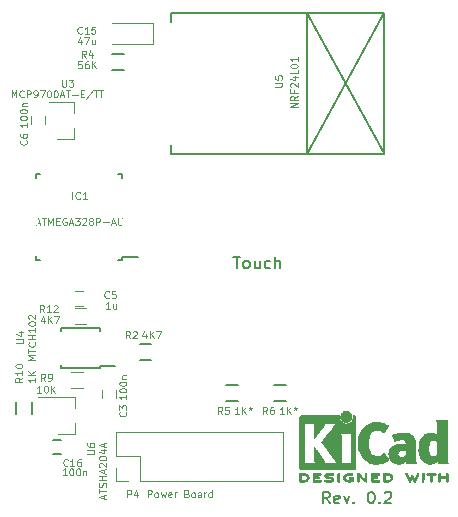
<source format=gto>
%TF.GenerationSoftware,KiCad,Pcbnew,no-vcs-found-e0b9a21~60~ubuntu16.04.1*%
%TF.CreationDate,2017-10-13T14:39:50+03:00*%
%TF.ProjectId,livolo_1_channel_1way_eu_switch,6C69766F6C6F5F315F6368616E6E656C,rev?*%
%TF.SameCoordinates,Original*%
%TF.FileFunction,Legend,Top*%
%TF.FilePolarity,Positive*%
%FSLAX46Y46*%
G04 Gerber Fmt 4.6, Leading zero omitted, Abs format (unit mm)*
G04 Created by KiCad (PCBNEW no-vcs-found-e0b9a21~60~ubuntu16.04.1) date Fri Oct 13 14:39:50 2017*
%MOMM*%
%LPD*%
G01*
G04 APERTURE LIST*
%ADD10C,0.200000*%
%ADD11C,0.010000*%
%ADD12C,0.150000*%
%ADD13C,0.120000*%
%ADD14C,0.100000*%
%ADD15R,0.550000X1.600000*%
%ADD16R,1.600000X0.550000*%
%ADD17R,0.900000X0.800000*%
%ADD18R,2.000000X1.000000*%
%ADD19O,1.300000X1.600000*%
%ADD20R,1.200000X0.900000*%
%ADD21R,0.900000X1.200000*%
%ADD22C,1.500000*%
%ADD23R,1.200000X0.750000*%
%ADD24R,1.750000X1.260000*%
%ADD25R,0.750000X1.200000*%
%ADD26R,1.450000X0.450000*%
%ADD27R,1.900000X0.800000*%
G04 APERTURE END LIST*
D10*
X148690476Y-112552380D02*
X148357142Y-112076190D01*
X148119047Y-112552380D02*
X148119047Y-111552380D01*
X148500000Y-111552380D01*
X148595238Y-111600000D01*
X148642857Y-111647619D01*
X148690476Y-111742857D01*
X148690476Y-111885714D01*
X148642857Y-111980952D01*
X148595238Y-112028571D01*
X148500000Y-112076190D01*
X148119047Y-112076190D01*
X149500000Y-112504761D02*
X149404761Y-112552380D01*
X149214285Y-112552380D01*
X149119047Y-112504761D01*
X149071428Y-112409523D01*
X149071428Y-112028571D01*
X149119047Y-111933333D01*
X149214285Y-111885714D01*
X149404761Y-111885714D01*
X149500000Y-111933333D01*
X149547619Y-112028571D01*
X149547619Y-112123809D01*
X149071428Y-112219047D01*
X149880952Y-111885714D02*
X150119047Y-112552380D01*
X150357142Y-111885714D01*
X150738095Y-112457142D02*
X150785714Y-112504761D01*
X150738095Y-112552380D01*
X150690476Y-112504761D01*
X150738095Y-112457142D01*
X150738095Y-112552380D01*
X152166666Y-111552380D02*
X152261904Y-111552380D01*
X152357142Y-111600000D01*
X152404761Y-111647619D01*
X152452380Y-111742857D01*
X152500000Y-111933333D01*
X152500000Y-112171428D01*
X152452380Y-112361904D01*
X152404761Y-112457142D01*
X152357142Y-112504761D01*
X152261904Y-112552380D01*
X152166666Y-112552380D01*
X152071428Y-112504761D01*
X152023809Y-112457142D01*
X151976190Y-112361904D01*
X151928571Y-112171428D01*
X151928571Y-111933333D01*
X151976190Y-111742857D01*
X152023809Y-111647619D01*
X152071428Y-111600000D01*
X152166666Y-111552380D01*
X152928571Y-112457142D02*
X152976190Y-112504761D01*
X152928571Y-112552380D01*
X152880952Y-112504761D01*
X152928571Y-112457142D01*
X152928571Y-112552380D01*
X153357142Y-111647619D02*
X153404761Y-111600000D01*
X153500000Y-111552380D01*
X153738095Y-111552380D01*
X153833333Y-111600000D01*
X153880952Y-111647619D01*
X153928571Y-111742857D01*
X153928571Y-111838095D01*
X153880952Y-111980952D01*
X153309523Y-112552380D01*
X153928571Y-112552380D01*
D11*
G36*
X146278629Y-109969066D02*
X146318111Y-109969467D01*
X146433800Y-109972259D01*
X146530689Y-109980550D01*
X146612081Y-109995232D01*
X146681277Y-110017193D01*
X146741580Y-110047322D01*
X146796292Y-110086510D01*
X146815833Y-110103532D01*
X146848250Y-110143363D01*
X146877480Y-110197413D01*
X146900009Y-110257323D01*
X146912321Y-110314739D01*
X146913600Y-110335956D01*
X146905583Y-110394769D01*
X146884101Y-110459013D01*
X146853001Y-110519821D01*
X146816134Y-110568330D01*
X146810146Y-110574182D01*
X146759421Y-110615321D01*
X146703875Y-110647435D01*
X146640304Y-110671365D01*
X146565506Y-110687953D01*
X146476278Y-110698041D01*
X146369418Y-110702469D01*
X146320472Y-110702845D01*
X146258238Y-110702545D01*
X146214472Y-110701292D01*
X146185069Y-110698554D01*
X146165921Y-110693801D01*
X146152923Y-110686501D01*
X146145955Y-110680267D01*
X146139374Y-110672694D01*
X146134212Y-110662924D01*
X146130297Y-110648340D01*
X146127457Y-110626326D01*
X146125520Y-110594264D01*
X146124316Y-110549536D01*
X146123672Y-110489526D01*
X146123417Y-110411617D01*
X146123378Y-110335956D01*
X146123130Y-110235041D01*
X146123183Y-110154427D01*
X146124143Y-110115822D01*
X146270133Y-110115822D01*
X146270133Y-110556089D01*
X146363266Y-110556004D01*
X146419307Y-110554396D01*
X146478001Y-110550256D01*
X146526972Y-110544464D01*
X146528462Y-110544226D01*
X146607608Y-110525090D01*
X146668998Y-110495287D01*
X146715695Y-110452878D01*
X146745365Y-110406961D01*
X146763647Y-110356026D01*
X146762229Y-110308200D01*
X146741012Y-110256933D01*
X146699511Y-110203899D01*
X146642002Y-110164600D01*
X146567250Y-110138331D01*
X146517292Y-110129035D01*
X146460584Y-110122507D01*
X146400481Y-110117782D01*
X146349361Y-110115817D01*
X146346333Y-110115808D01*
X146270133Y-110115822D01*
X146124143Y-110115822D01*
X146124740Y-110091851D01*
X146129002Y-110045055D01*
X146137170Y-110011778D01*
X146150444Y-109989759D01*
X146170026Y-109976739D01*
X146197117Y-109970457D01*
X146232918Y-109968653D01*
X146278629Y-109969066D01*
X146278629Y-109969066D01*
G37*
X146278629Y-109969066D02*
X146318111Y-109969467D01*
X146433800Y-109972259D01*
X146530689Y-109980550D01*
X146612081Y-109995232D01*
X146681277Y-110017193D01*
X146741580Y-110047322D01*
X146796292Y-110086510D01*
X146815833Y-110103532D01*
X146848250Y-110143363D01*
X146877480Y-110197413D01*
X146900009Y-110257323D01*
X146912321Y-110314739D01*
X146913600Y-110335956D01*
X146905583Y-110394769D01*
X146884101Y-110459013D01*
X146853001Y-110519821D01*
X146816134Y-110568330D01*
X146810146Y-110574182D01*
X146759421Y-110615321D01*
X146703875Y-110647435D01*
X146640304Y-110671365D01*
X146565506Y-110687953D01*
X146476278Y-110698041D01*
X146369418Y-110702469D01*
X146320472Y-110702845D01*
X146258238Y-110702545D01*
X146214472Y-110701292D01*
X146185069Y-110698554D01*
X146165921Y-110693801D01*
X146152923Y-110686501D01*
X146145955Y-110680267D01*
X146139374Y-110672694D01*
X146134212Y-110662924D01*
X146130297Y-110648340D01*
X146127457Y-110626326D01*
X146125520Y-110594264D01*
X146124316Y-110549536D01*
X146123672Y-110489526D01*
X146123417Y-110411617D01*
X146123378Y-110335956D01*
X146123130Y-110235041D01*
X146123183Y-110154427D01*
X146124143Y-110115822D01*
X146270133Y-110115822D01*
X146270133Y-110556089D01*
X146363266Y-110556004D01*
X146419307Y-110554396D01*
X146478001Y-110550256D01*
X146526972Y-110544464D01*
X146528462Y-110544226D01*
X146607608Y-110525090D01*
X146668998Y-110495287D01*
X146715695Y-110452878D01*
X146745365Y-110406961D01*
X146763647Y-110356026D01*
X146762229Y-110308200D01*
X146741012Y-110256933D01*
X146699511Y-110203899D01*
X146642002Y-110164600D01*
X146567250Y-110138331D01*
X146517292Y-110129035D01*
X146460584Y-110122507D01*
X146400481Y-110117782D01*
X146349361Y-110115817D01*
X146346333Y-110115808D01*
X146270133Y-110115822D01*
X146124143Y-110115822D01*
X146124740Y-110091851D01*
X146129002Y-110045055D01*
X146137170Y-110011778D01*
X146150444Y-109989759D01*
X146170026Y-109976739D01*
X146197117Y-109970457D01*
X146232918Y-109968653D01*
X146278629Y-109969066D01*
G36*
X147687206Y-109969146D02*
X147756614Y-109969518D01*
X147809003Y-109970385D01*
X147847153Y-109971946D01*
X147873841Y-109974403D01*
X147891847Y-109977957D01*
X147903951Y-109982810D01*
X147912931Y-109989161D01*
X147916182Y-109992084D01*
X147935957Y-110023142D01*
X147939518Y-110058828D01*
X147926509Y-110090510D01*
X147920494Y-110096913D01*
X147910765Y-110103121D01*
X147895099Y-110107910D01*
X147870592Y-110111514D01*
X147834339Y-110114164D01*
X147783435Y-110116095D01*
X147714974Y-110117539D01*
X147652383Y-110118418D01*
X147404666Y-110121467D01*
X147401281Y-110186378D01*
X147397895Y-110251289D01*
X147566042Y-110251289D01*
X147639041Y-110251919D01*
X147692483Y-110254553D01*
X147729372Y-110260309D01*
X147752712Y-110270304D01*
X147765506Y-110285656D01*
X147770758Y-110307482D01*
X147771555Y-110327738D01*
X147769077Y-110352592D01*
X147759723Y-110370906D01*
X147740617Y-110383637D01*
X147708882Y-110391741D01*
X147661641Y-110396176D01*
X147596017Y-110397899D01*
X147560199Y-110398045D01*
X147399022Y-110398045D01*
X147399022Y-110556089D01*
X147647378Y-110556089D01*
X147728787Y-110556202D01*
X147790658Y-110556712D01*
X147836032Y-110557870D01*
X147867946Y-110559930D01*
X147889441Y-110563146D01*
X147903557Y-110567772D01*
X147913332Y-110574059D01*
X147918311Y-110578667D01*
X147935390Y-110605560D01*
X147940889Y-110629467D01*
X147933037Y-110658667D01*
X147918311Y-110680267D01*
X147910454Y-110687066D01*
X147900312Y-110692346D01*
X147885156Y-110696298D01*
X147862259Y-110699113D01*
X147828891Y-110700982D01*
X147782325Y-110702098D01*
X147719833Y-110702651D01*
X147638686Y-110702833D01*
X147596578Y-110702845D01*
X147506402Y-110702765D01*
X147436076Y-110702398D01*
X147382871Y-110701552D01*
X147344060Y-110700036D01*
X147316913Y-110697659D01*
X147298702Y-110694229D01*
X147286700Y-110689554D01*
X147278178Y-110683444D01*
X147274844Y-110680267D01*
X147268245Y-110672670D01*
X147263073Y-110662870D01*
X147259154Y-110648239D01*
X147256316Y-110626152D01*
X147254385Y-110593982D01*
X147253188Y-110549103D01*
X147252552Y-110488889D01*
X147252303Y-110410713D01*
X147252266Y-110337923D01*
X147252300Y-110244707D01*
X147252535Y-110171431D01*
X147253170Y-110115458D01*
X147254406Y-110074151D01*
X147256444Y-110044872D01*
X147259483Y-110024984D01*
X147263723Y-110011850D01*
X147269365Y-110002832D01*
X147276609Y-109995293D01*
X147278394Y-109993612D01*
X147287055Y-109986172D01*
X147297118Y-109980409D01*
X147311375Y-109976112D01*
X147332617Y-109973064D01*
X147363636Y-109971051D01*
X147407223Y-109969860D01*
X147466169Y-109969275D01*
X147543266Y-109969083D01*
X147597999Y-109969067D01*
X147687206Y-109969146D01*
X147687206Y-109969146D01*
G37*
X147687206Y-109969146D02*
X147756614Y-109969518D01*
X147809003Y-109970385D01*
X147847153Y-109971946D01*
X147873841Y-109974403D01*
X147891847Y-109977957D01*
X147903951Y-109982810D01*
X147912931Y-109989161D01*
X147916182Y-109992084D01*
X147935957Y-110023142D01*
X147939518Y-110058828D01*
X147926509Y-110090510D01*
X147920494Y-110096913D01*
X147910765Y-110103121D01*
X147895099Y-110107910D01*
X147870592Y-110111514D01*
X147834339Y-110114164D01*
X147783435Y-110116095D01*
X147714974Y-110117539D01*
X147652383Y-110118418D01*
X147404666Y-110121467D01*
X147401281Y-110186378D01*
X147397895Y-110251289D01*
X147566042Y-110251289D01*
X147639041Y-110251919D01*
X147692483Y-110254553D01*
X147729372Y-110260309D01*
X147752712Y-110270304D01*
X147765506Y-110285656D01*
X147770758Y-110307482D01*
X147771555Y-110327738D01*
X147769077Y-110352592D01*
X147759723Y-110370906D01*
X147740617Y-110383637D01*
X147708882Y-110391741D01*
X147661641Y-110396176D01*
X147596017Y-110397899D01*
X147560199Y-110398045D01*
X147399022Y-110398045D01*
X147399022Y-110556089D01*
X147647378Y-110556089D01*
X147728787Y-110556202D01*
X147790658Y-110556712D01*
X147836032Y-110557870D01*
X147867946Y-110559930D01*
X147889441Y-110563146D01*
X147903557Y-110567772D01*
X147913332Y-110574059D01*
X147918311Y-110578667D01*
X147935390Y-110605560D01*
X147940889Y-110629467D01*
X147933037Y-110658667D01*
X147918311Y-110680267D01*
X147910454Y-110687066D01*
X147900312Y-110692346D01*
X147885156Y-110696298D01*
X147862259Y-110699113D01*
X147828891Y-110700982D01*
X147782325Y-110702098D01*
X147719833Y-110702651D01*
X147638686Y-110702833D01*
X147596578Y-110702845D01*
X147506402Y-110702765D01*
X147436076Y-110702398D01*
X147382871Y-110701552D01*
X147344060Y-110700036D01*
X147316913Y-110697659D01*
X147298702Y-110694229D01*
X147286700Y-110689554D01*
X147278178Y-110683444D01*
X147274844Y-110680267D01*
X147268245Y-110672670D01*
X147263073Y-110662870D01*
X147259154Y-110648239D01*
X147256316Y-110626152D01*
X147254385Y-110593982D01*
X147253188Y-110549103D01*
X147252552Y-110488889D01*
X147252303Y-110410713D01*
X147252266Y-110337923D01*
X147252300Y-110244707D01*
X147252535Y-110171431D01*
X147253170Y-110115458D01*
X147254406Y-110074151D01*
X147256444Y-110044872D01*
X147259483Y-110024984D01*
X147263723Y-110011850D01*
X147269365Y-110002832D01*
X147276609Y-109995293D01*
X147278394Y-109993612D01*
X147287055Y-109986172D01*
X147297118Y-109980409D01*
X147311375Y-109976112D01*
X147332617Y-109973064D01*
X147363636Y-109971051D01*
X147407223Y-109969860D01*
X147466169Y-109969275D01*
X147543266Y-109969083D01*
X147597999Y-109969067D01*
X147687206Y-109969146D01*
G36*
X148708297Y-109970351D02*
X148783112Y-109975581D01*
X148852694Y-109983750D01*
X148912998Y-109994550D01*
X148959980Y-110007673D01*
X148989594Y-110022813D01*
X148994140Y-110027269D01*
X149009946Y-110061850D01*
X149005153Y-110097351D01*
X148980636Y-110127725D01*
X148979466Y-110128596D01*
X148965046Y-110137954D01*
X148949992Y-110142876D01*
X148928995Y-110143473D01*
X148896743Y-110139861D01*
X148847927Y-110132154D01*
X148844000Y-110131505D01*
X148771261Y-110122569D01*
X148692783Y-110118161D01*
X148614073Y-110118119D01*
X148540639Y-110122279D01*
X148477989Y-110130479D01*
X148431630Y-110142557D01*
X148428584Y-110143771D01*
X148394952Y-110162615D01*
X148383136Y-110181685D01*
X148392386Y-110200439D01*
X148421953Y-110218337D01*
X148471089Y-110234837D01*
X148539043Y-110249396D01*
X148584355Y-110256406D01*
X148678544Y-110269889D01*
X148753456Y-110282214D01*
X148812283Y-110294449D01*
X148858215Y-110307661D01*
X148894445Y-110322917D01*
X148924162Y-110341285D01*
X148950558Y-110363831D01*
X148971770Y-110385971D01*
X148996935Y-110416819D01*
X149009319Y-110443345D01*
X149013192Y-110476026D01*
X149013333Y-110487995D01*
X149010424Y-110527712D01*
X148998798Y-110557259D01*
X148978677Y-110583486D01*
X148937784Y-110623576D01*
X148892183Y-110654149D01*
X148838487Y-110676203D01*
X148773308Y-110690735D01*
X148693256Y-110698741D01*
X148594943Y-110701218D01*
X148578711Y-110701177D01*
X148513151Y-110699818D01*
X148448134Y-110696730D01*
X148390748Y-110692356D01*
X148348078Y-110687140D01*
X148344628Y-110686541D01*
X148302204Y-110676491D01*
X148266220Y-110663796D01*
X148245850Y-110652190D01*
X148226893Y-110621572D01*
X148225573Y-110585918D01*
X148241915Y-110554144D01*
X148245571Y-110550551D01*
X148260685Y-110539876D01*
X148279585Y-110535276D01*
X148308838Y-110536059D01*
X148344349Y-110540127D01*
X148384030Y-110543762D01*
X148439655Y-110546828D01*
X148504594Y-110549053D01*
X148572215Y-110550164D01*
X148590000Y-110550237D01*
X148657872Y-110549964D01*
X148707546Y-110548646D01*
X148743390Y-110545827D01*
X148769776Y-110541050D01*
X148791074Y-110533857D01*
X148803874Y-110527867D01*
X148832000Y-110511233D01*
X148849932Y-110496168D01*
X148852553Y-110491897D01*
X148847024Y-110474263D01*
X148820740Y-110457192D01*
X148775522Y-110441458D01*
X148713192Y-110427838D01*
X148694829Y-110424804D01*
X148598910Y-110409738D01*
X148522359Y-110397146D01*
X148462220Y-110386111D01*
X148415540Y-110375720D01*
X148379363Y-110365056D01*
X148350735Y-110353205D01*
X148326702Y-110339251D01*
X148304308Y-110322281D01*
X148280598Y-110301378D01*
X148272620Y-110294049D01*
X148244647Y-110266699D01*
X148229840Y-110245029D01*
X148224048Y-110220232D01*
X148223111Y-110188983D01*
X148233425Y-110127705D01*
X148264248Y-110075640D01*
X148315405Y-110032958D01*
X148386717Y-109999825D01*
X148437600Y-109984964D01*
X148492900Y-109975366D01*
X148559147Y-109969936D01*
X148632294Y-109968367D01*
X148708297Y-109970351D01*
X148708297Y-109970351D01*
G37*
X148708297Y-109970351D02*
X148783112Y-109975581D01*
X148852694Y-109983750D01*
X148912998Y-109994550D01*
X148959980Y-110007673D01*
X148989594Y-110022813D01*
X148994140Y-110027269D01*
X149009946Y-110061850D01*
X149005153Y-110097351D01*
X148980636Y-110127725D01*
X148979466Y-110128596D01*
X148965046Y-110137954D01*
X148949992Y-110142876D01*
X148928995Y-110143473D01*
X148896743Y-110139861D01*
X148847927Y-110132154D01*
X148844000Y-110131505D01*
X148771261Y-110122569D01*
X148692783Y-110118161D01*
X148614073Y-110118119D01*
X148540639Y-110122279D01*
X148477989Y-110130479D01*
X148431630Y-110142557D01*
X148428584Y-110143771D01*
X148394952Y-110162615D01*
X148383136Y-110181685D01*
X148392386Y-110200439D01*
X148421953Y-110218337D01*
X148471089Y-110234837D01*
X148539043Y-110249396D01*
X148584355Y-110256406D01*
X148678544Y-110269889D01*
X148753456Y-110282214D01*
X148812283Y-110294449D01*
X148858215Y-110307661D01*
X148894445Y-110322917D01*
X148924162Y-110341285D01*
X148950558Y-110363831D01*
X148971770Y-110385971D01*
X148996935Y-110416819D01*
X149009319Y-110443345D01*
X149013192Y-110476026D01*
X149013333Y-110487995D01*
X149010424Y-110527712D01*
X148998798Y-110557259D01*
X148978677Y-110583486D01*
X148937784Y-110623576D01*
X148892183Y-110654149D01*
X148838487Y-110676203D01*
X148773308Y-110690735D01*
X148693256Y-110698741D01*
X148594943Y-110701218D01*
X148578711Y-110701177D01*
X148513151Y-110699818D01*
X148448134Y-110696730D01*
X148390748Y-110692356D01*
X148348078Y-110687140D01*
X148344628Y-110686541D01*
X148302204Y-110676491D01*
X148266220Y-110663796D01*
X148245850Y-110652190D01*
X148226893Y-110621572D01*
X148225573Y-110585918D01*
X148241915Y-110554144D01*
X148245571Y-110550551D01*
X148260685Y-110539876D01*
X148279585Y-110535276D01*
X148308838Y-110536059D01*
X148344349Y-110540127D01*
X148384030Y-110543762D01*
X148439655Y-110546828D01*
X148504594Y-110549053D01*
X148572215Y-110550164D01*
X148590000Y-110550237D01*
X148657872Y-110549964D01*
X148707546Y-110548646D01*
X148743390Y-110545827D01*
X148769776Y-110541050D01*
X148791074Y-110533857D01*
X148803874Y-110527867D01*
X148832000Y-110511233D01*
X148849932Y-110496168D01*
X148852553Y-110491897D01*
X148847024Y-110474263D01*
X148820740Y-110457192D01*
X148775522Y-110441458D01*
X148713192Y-110427838D01*
X148694829Y-110424804D01*
X148598910Y-110409738D01*
X148522359Y-110397146D01*
X148462220Y-110386111D01*
X148415540Y-110375720D01*
X148379363Y-110365056D01*
X148350735Y-110353205D01*
X148326702Y-110339251D01*
X148304308Y-110322281D01*
X148280598Y-110301378D01*
X148272620Y-110294049D01*
X148244647Y-110266699D01*
X148229840Y-110245029D01*
X148224048Y-110220232D01*
X148223111Y-110188983D01*
X148233425Y-110127705D01*
X148264248Y-110075640D01*
X148315405Y-110032958D01*
X148386717Y-109999825D01*
X148437600Y-109984964D01*
X148492900Y-109975366D01*
X148559147Y-109969936D01*
X148632294Y-109968367D01*
X148708297Y-109970351D01*
G36*
X149476178Y-109991645D02*
X149482758Y-109999218D01*
X149487921Y-110008987D01*
X149491836Y-110023571D01*
X149494676Y-110045585D01*
X149496613Y-110077648D01*
X149497817Y-110122375D01*
X149498461Y-110182385D01*
X149498716Y-110260294D01*
X149498755Y-110335956D01*
X149498686Y-110429802D01*
X149498362Y-110503689D01*
X149497614Y-110560232D01*
X149496268Y-110602049D01*
X149494154Y-110631757D01*
X149491100Y-110651973D01*
X149486934Y-110665314D01*
X149481484Y-110674398D01*
X149476178Y-110680267D01*
X149443174Y-110699947D01*
X149408009Y-110698181D01*
X149376545Y-110676717D01*
X149369316Y-110668337D01*
X149363666Y-110658614D01*
X149359401Y-110644861D01*
X149356327Y-110624389D01*
X149354248Y-110594512D01*
X149352970Y-110552541D01*
X149352299Y-110495789D01*
X149352041Y-110421567D01*
X149352000Y-110337537D01*
X149352000Y-110024485D01*
X149379709Y-109996776D01*
X149413863Y-109973463D01*
X149446994Y-109972623D01*
X149476178Y-109991645D01*
X149476178Y-109991645D01*
G37*
X149476178Y-109991645D02*
X149482758Y-109999218D01*
X149487921Y-110008987D01*
X149491836Y-110023571D01*
X149494676Y-110045585D01*
X149496613Y-110077648D01*
X149497817Y-110122375D01*
X149498461Y-110182385D01*
X149498716Y-110260294D01*
X149498755Y-110335956D01*
X149498686Y-110429802D01*
X149498362Y-110503689D01*
X149497614Y-110560232D01*
X149496268Y-110602049D01*
X149494154Y-110631757D01*
X149491100Y-110651973D01*
X149486934Y-110665314D01*
X149481484Y-110674398D01*
X149476178Y-110680267D01*
X149443174Y-110699947D01*
X149408009Y-110698181D01*
X149376545Y-110676717D01*
X149369316Y-110668337D01*
X149363666Y-110658614D01*
X149359401Y-110644861D01*
X149356327Y-110624389D01*
X149354248Y-110594512D01*
X149352970Y-110552541D01*
X149352299Y-110495789D01*
X149352041Y-110421567D01*
X149352000Y-110337537D01*
X149352000Y-110024485D01*
X149379709Y-109996776D01*
X149413863Y-109973463D01*
X149446994Y-109972623D01*
X149476178Y-109991645D01*
G36*
X150449919Y-109974599D02*
X150518435Y-109986095D01*
X150571057Y-110003967D01*
X150605292Y-110027499D01*
X150614621Y-110040924D01*
X150624107Y-110072148D01*
X150617723Y-110100395D01*
X150597570Y-110127182D01*
X150566255Y-110139713D01*
X150520817Y-110138696D01*
X150485674Y-110131906D01*
X150407581Y-110118971D01*
X150327774Y-110117742D01*
X150238445Y-110128241D01*
X150213771Y-110132690D01*
X150130709Y-110156108D01*
X150065727Y-110190945D01*
X150019539Y-110236604D01*
X149992855Y-110292494D01*
X149987337Y-110321388D01*
X149990949Y-110380012D01*
X150014271Y-110431879D01*
X150055176Y-110475978D01*
X150111541Y-110511299D01*
X150181240Y-110536829D01*
X150262148Y-110551559D01*
X150352140Y-110554478D01*
X150449090Y-110544575D01*
X150454564Y-110543641D01*
X150493125Y-110536459D01*
X150514506Y-110529521D01*
X150523773Y-110519227D01*
X150525994Y-110501976D01*
X150526044Y-110492841D01*
X150526044Y-110454489D01*
X150457569Y-110454489D01*
X150397100Y-110450347D01*
X150355835Y-110437147D01*
X150331825Y-110413730D01*
X150323123Y-110378936D01*
X150323017Y-110374394D01*
X150328108Y-110344654D01*
X150345567Y-110323419D01*
X150378061Y-110309366D01*
X150428257Y-110301173D01*
X150476877Y-110298161D01*
X150547544Y-110296433D01*
X150598802Y-110299070D01*
X150633761Y-110308800D01*
X150655530Y-110328353D01*
X150667220Y-110360456D01*
X150671940Y-110407838D01*
X150672800Y-110470071D01*
X150671391Y-110539535D01*
X150667152Y-110586786D01*
X150660064Y-110612012D01*
X150658689Y-110613988D01*
X150619772Y-110645508D01*
X150562714Y-110670470D01*
X150491131Y-110688340D01*
X150408642Y-110698586D01*
X150318861Y-110700673D01*
X150225408Y-110694068D01*
X150170444Y-110685956D01*
X150084234Y-110661554D01*
X150004108Y-110621662D01*
X149937023Y-110569887D01*
X149926827Y-110559539D01*
X149893698Y-110516035D01*
X149863806Y-110462118D01*
X149840643Y-110405592D01*
X149827702Y-110354259D01*
X149826142Y-110334544D01*
X149832782Y-110293419D01*
X149850432Y-110242252D01*
X149875703Y-110188394D01*
X149905211Y-110139195D01*
X149931281Y-110106334D01*
X149992235Y-110057452D01*
X150071031Y-110018545D01*
X150164843Y-109990494D01*
X150270850Y-109974179D01*
X150368000Y-109970192D01*
X150449919Y-109974599D01*
X150449919Y-109974599D01*
G37*
X150449919Y-109974599D02*
X150518435Y-109986095D01*
X150571057Y-110003967D01*
X150605292Y-110027499D01*
X150614621Y-110040924D01*
X150624107Y-110072148D01*
X150617723Y-110100395D01*
X150597570Y-110127182D01*
X150566255Y-110139713D01*
X150520817Y-110138696D01*
X150485674Y-110131906D01*
X150407581Y-110118971D01*
X150327774Y-110117742D01*
X150238445Y-110128241D01*
X150213771Y-110132690D01*
X150130709Y-110156108D01*
X150065727Y-110190945D01*
X150019539Y-110236604D01*
X149992855Y-110292494D01*
X149987337Y-110321388D01*
X149990949Y-110380012D01*
X150014271Y-110431879D01*
X150055176Y-110475978D01*
X150111541Y-110511299D01*
X150181240Y-110536829D01*
X150262148Y-110551559D01*
X150352140Y-110554478D01*
X150449090Y-110544575D01*
X150454564Y-110543641D01*
X150493125Y-110536459D01*
X150514506Y-110529521D01*
X150523773Y-110519227D01*
X150525994Y-110501976D01*
X150526044Y-110492841D01*
X150526044Y-110454489D01*
X150457569Y-110454489D01*
X150397100Y-110450347D01*
X150355835Y-110437147D01*
X150331825Y-110413730D01*
X150323123Y-110378936D01*
X150323017Y-110374394D01*
X150328108Y-110344654D01*
X150345567Y-110323419D01*
X150378061Y-110309366D01*
X150428257Y-110301173D01*
X150476877Y-110298161D01*
X150547544Y-110296433D01*
X150598802Y-110299070D01*
X150633761Y-110308800D01*
X150655530Y-110328353D01*
X150667220Y-110360456D01*
X150671940Y-110407838D01*
X150672800Y-110470071D01*
X150671391Y-110539535D01*
X150667152Y-110586786D01*
X150660064Y-110612012D01*
X150658689Y-110613988D01*
X150619772Y-110645508D01*
X150562714Y-110670470D01*
X150491131Y-110688340D01*
X150408642Y-110698586D01*
X150318861Y-110700673D01*
X150225408Y-110694068D01*
X150170444Y-110685956D01*
X150084234Y-110661554D01*
X150004108Y-110621662D01*
X149937023Y-110569887D01*
X149926827Y-110559539D01*
X149893698Y-110516035D01*
X149863806Y-110462118D01*
X149840643Y-110405592D01*
X149827702Y-110354259D01*
X149826142Y-110334544D01*
X149832782Y-110293419D01*
X149850432Y-110242252D01*
X149875703Y-110188394D01*
X149905211Y-110139195D01*
X149931281Y-110106334D01*
X149992235Y-110057452D01*
X150071031Y-110018545D01*
X150164843Y-109990494D01*
X150270850Y-109974179D01*
X150368000Y-109970192D01*
X150449919Y-109974599D01*
G36*
X151099886Y-109973448D02*
X151123452Y-109987273D01*
X151154265Y-110009881D01*
X151193922Y-110042338D01*
X151244020Y-110085708D01*
X151306157Y-110141058D01*
X151381928Y-110209451D01*
X151468666Y-110288084D01*
X151649289Y-110451878D01*
X151654933Y-110232029D01*
X151656971Y-110156351D01*
X151658937Y-110099994D01*
X151661266Y-110059706D01*
X151664394Y-110032235D01*
X151668755Y-110014329D01*
X151674784Y-110002737D01*
X151682916Y-109994208D01*
X151687228Y-109990623D01*
X151721759Y-109971670D01*
X151754617Y-109974441D01*
X151780682Y-109990633D01*
X151807333Y-110012199D01*
X151810648Y-110327151D01*
X151811565Y-110419779D01*
X151812032Y-110492544D01*
X151811887Y-110548161D01*
X151810968Y-110589342D01*
X151809113Y-110618803D01*
X151806161Y-110639255D01*
X151801950Y-110653413D01*
X151796318Y-110663991D01*
X151790073Y-110672474D01*
X151776561Y-110688207D01*
X151763117Y-110698636D01*
X151747876Y-110702639D01*
X151728974Y-110699094D01*
X151704545Y-110686879D01*
X151672727Y-110664871D01*
X151631652Y-110631949D01*
X151579458Y-110586991D01*
X151514278Y-110528875D01*
X151440444Y-110462099D01*
X151175155Y-110221458D01*
X151169511Y-110440589D01*
X151167469Y-110516128D01*
X151165498Y-110572354D01*
X151163161Y-110612524D01*
X151160019Y-110639896D01*
X151155636Y-110657728D01*
X151149576Y-110669279D01*
X151141400Y-110677807D01*
X151137216Y-110681282D01*
X151100235Y-110700372D01*
X151065292Y-110697493D01*
X151034864Y-110673100D01*
X151027903Y-110663286D01*
X151022477Y-110651826D01*
X151018397Y-110635968D01*
X151015471Y-110612963D01*
X151013508Y-110580062D01*
X151012317Y-110534516D01*
X151011708Y-110473573D01*
X151011489Y-110394486D01*
X151011466Y-110335956D01*
X151011540Y-110244407D01*
X151011887Y-110172687D01*
X151012699Y-110118045D01*
X151014167Y-110077732D01*
X151016481Y-110048998D01*
X151019833Y-110029093D01*
X151024412Y-110015268D01*
X151030411Y-110004772D01*
X151034864Y-109998811D01*
X151046150Y-109984691D01*
X151056699Y-109974029D01*
X151068107Y-109967892D01*
X151081970Y-109967343D01*
X151099886Y-109973448D01*
X151099886Y-109973448D01*
G37*
X151099886Y-109973448D02*
X151123452Y-109987273D01*
X151154265Y-110009881D01*
X151193922Y-110042338D01*
X151244020Y-110085708D01*
X151306157Y-110141058D01*
X151381928Y-110209451D01*
X151468666Y-110288084D01*
X151649289Y-110451878D01*
X151654933Y-110232029D01*
X151656971Y-110156351D01*
X151658937Y-110099994D01*
X151661266Y-110059706D01*
X151664394Y-110032235D01*
X151668755Y-110014329D01*
X151674784Y-110002737D01*
X151682916Y-109994208D01*
X151687228Y-109990623D01*
X151721759Y-109971670D01*
X151754617Y-109974441D01*
X151780682Y-109990633D01*
X151807333Y-110012199D01*
X151810648Y-110327151D01*
X151811565Y-110419779D01*
X151812032Y-110492544D01*
X151811887Y-110548161D01*
X151810968Y-110589342D01*
X151809113Y-110618803D01*
X151806161Y-110639255D01*
X151801950Y-110653413D01*
X151796318Y-110663991D01*
X151790073Y-110672474D01*
X151776561Y-110688207D01*
X151763117Y-110698636D01*
X151747876Y-110702639D01*
X151728974Y-110699094D01*
X151704545Y-110686879D01*
X151672727Y-110664871D01*
X151631652Y-110631949D01*
X151579458Y-110586991D01*
X151514278Y-110528875D01*
X151440444Y-110462099D01*
X151175155Y-110221458D01*
X151169511Y-110440589D01*
X151167469Y-110516128D01*
X151165498Y-110572354D01*
X151163161Y-110612524D01*
X151160019Y-110639896D01*
X151155636Y-110657728D01*
X151149576Y-110669279D01*
X151141400Y-110677807D01*
X151137216Y-110681282D01*
X151100235Y-110700372D01*
X151065292Y-110697493D01*
X151034864Y-110673100D01*
X151027903Y-110663286D01*
X151022477Y-110651826D01*
X151018397Y-110635968D01*
X151015471Y-110612963D01*
X151013508Y-110580062D01*
X151012317Y-110534516D01*
X151011708Y-110473573D01*
X151011489Y-110394486D01*
X151011466Y-110335956D01*
X151011540Y-110244407D01*
X151011887Y-110172687D01*
X151012699Y-110118045D01*
X151014167Y-110077732D01*
X151016481Y-110048998D01*
X151019833Y-110029093D01*
X151024412Y-110015268D01*
X151030411Y-110004772D01*
X151034864Y-109998811D01*
X151046150Y-109984691D01*
X151056699Y-109974029D01*
X151068107Y-109967892D01*
X151081970Y-109967343D01*
X151099886Y-109973448D01*
G36*
X152630343Y-109969260D02*
X152706701Y-109970174D01*
X152765217Y-109972311D01*
X152808255Y-109976175D01*
X152838183Y-109982267D01*
X152857368Y-109991090D01*
X152868176Y-110003146D01*
X152872973Y-110018939D01*
X152874127Y-110038970D01*
X152874133Y-110041335D01*
X152873131Y-110063992D01*
X152868396Y-110081503D01*
X152857333Y-110094574D01*
X152837348Y-110103913D01*
X152805846Y-110110227D01*
X152760232Y-110114222D01*
X152697913Y-110116606D01*
X152616293Y-110118086D01*
X152591277Y-110118414D01*
X152349200Y-110121467D01*
X152345814Y-110186378D01*
X152342429Y-110251289D01*
X152510576Y-110251289D01*
X152576266Y-110251531D01*
X152623172Y-110252556D01*
X152655083Y-110254811D01*
X152675791Y-110258742D01*
X152689084Y-110264798D01*
X152698755Y-110273424D01*
X152698817Y-110273493D01*
X152716356Y-110307112D01*
X152715722Y-110343448D01*
X152697314Y-110374423D01*
X152693671Y-110377607D01*
X152680741Y-110385812D01*
X152663024Y-110391521D01*
X152636570Y-110395162D01*
X152597432Y-110397167D01*
X152541662Y-110397964D01*
X152505994Y-110398045D01*
X152343555Y-110398045D01*
X152343555Y-110556089D01*
X152590161Y-110556089D01*
X152671580Y-110556231D01*
X152733410Y-110556814D01*
X152778637Y-110558068D01*
X152810248Y-110560227D01*
X152831231Y-110563523D01*
X152844573Y-110568189D01*
X152853261Y-110574457D01*
X152855450Y-110576733D01*
X152871614Y-110608280D01*
X152872797Y-110644168D01*
X152859536Y-110675285D01*
X152849043Y-110685271D01*
X152838129Y-110690769D01*
X152821217Y-110695022D01*
X152795633Y-110698180D01*
X152758701Y-110700392D01*
X152707746Y-110701806D01*
X152640094Y-110702572D01*
X152553069Y-110702838D01*
X152533394Y-110702845D01*
X152444911Y-110702787D01*
X152376227Y-110702467D01*
X152324564Y-110701667D01*
X152287145Y-110700167D01*
X152261190Y-110697749D01*
X152243922Y-110694194D01*
X152232562Y-110689282D01*
X152224332Y-110682795D01*
X152219817Y-110678138D01*
X152213021Y-110669889D01*
X152207712Y-110659669D01*
X152203706Y-110644800D01*
X152200821Y-110622602D01*
X152198874Y-110590393D01*
X152197681Y-110545496D01*
X152197061Y-110485228D01*
X152196829Y-110406911D01*
X152196800Y-110340994D01*
X152196871Y-110248628D01*
X152197208Y-110176117D01*
X152197998Y-110120737D01*
X152199426Y-110079765D01*
X152201679Y-110050478D01*
X152204943Y-110030153D01*
X152209404Y-110016066D01*
X152215248Y-110005495D01*
X152220197Y-109998811D01*
X152243594Y-109969067D01*
X152533774Y-109969067D01*
X152630343Y-109969260D01*
X152630343Y-109969260D01*
G37*
X152630343Y-109969260D02*
X152706701Y-109970174D01*
X152765217Y-109972311D01*
X152808255Y-109976175D01*
X152838183Y-109982267D01*
X152857368Y-109991090D01*
X152868176Y-110003146D01*
X152872973Y-110018939D01*
X152874127Y-110038970D01*
X152874133Y-110041335D01*
X152873131Y-110063992D01*
X152868396Y-110081503D01*
X152857333Y-110094574D01*
X152837348Y-110103913D01*
X152805846Y-110110227D01*
X152760232Y-110114222D01*
X152697913Y-110116606D01*
X152616293Y-110118086D01*
X152591277Y-110118414D01*
X152349200Y-110121467D01*
X152345814Y-110186378D01*
X152342429Y-110251289D01*
X152510576Y-110251289D01*
X152576266Y-110251531D01*
X152623172Y-110252556D01*
X152655083Y-110254811D01*
X152675791Y-110258742D01*
X152689084Y-110264798D01*
X152698755Y-110273424D01*
X152698817Y-110273493D01*
X152716356Y-110307112D01*
X152715722Y-110343448D01*
X152697314Y-110374423D01*
X152693671Y-110377607D01*
X152680741Y-110385812D01*
X152663024Y-110391521D01*
X152636570Y-110395162D01*
X152597432Y-110397167D01*
X152541662Y-110397964D01*
X152505994Y-110398045D01*
X152343555Y-110398045D01*
X152343555Y-110556089D01*
X152590161Y-110556089D01*
X152671580Y-110556231D01*
X152733410Y-110556814D01*
X152778637Y-110558068D01*
X152810248Y-110560227D01*
X152831231Y-110563523D01*
X152844573Y-110568189D01*
X152853261Y-110574457D01*
X152855450Y-110576733D01*
X152871614Y-110608280D01*
X152872797Y-110644168D01*
X152859536Y-110675285D01*
X152849043Y-110685271D01*
X152838129Y-110690769D01*
X152821217Y-110695022D01*
X152795633Y-110698180D01*
X152758701Y-110700392D01*
X152707746Y-110701806D01*
X152640094Y-110702572D01*
X152553069Y-110702838D01*
X152533394Y-110702845D01*
X152444911Y-110702787D01*
X152376227Y-110702467D01*
X152324564Y-110701667D01*
X152287145Y-110700167D01*
X152261190Y-110697749D01*
X152243922Y-110694194D01*
X152232562Y-110689282D01*
X152224332Y-110682795D01*
X152219817Y-110678138D01*
X152213021Y-110669889D01*
X152207712Y-110659669D01*
X152203706Y-110644800D01*
X152200821Y-110622602D01*
X152198874Y-110590393D01*
X152197681Y-110545496D01*
X152197061Y-110485228D01*
X152196829Y-110406911D01*
X152196800Y-110340994D01*
X152196871Y-110248628D01*
X152197208Y-110176117D01*
X152197998Y-110120737D01*
X152199426Y-110079765D01*
X152201679Y-110050478D01*
X152204943Y-110030153D01*
X152209404Y-110016066D01*
X152215248Y-110005495D01*
X152220197Y-109998811D01*
X152243594Y-109969067D01*
X152533774Y-109969067D01*
X152630343Y-109969260D01*
G36*
X153418309Y-109969275D02*
X153547288Y-109973636D01*
X153656991Y-109986861D01*
X153749226Y-110009741D01*
X153825802Y-110043070D01*
X153888527Y-110087638D01*
X153939212Y-110144236D01*
X153979663Y-110213658D01*
X153980459Y-110215351D01*
X154004601Y-110277483D01*
X154013203Y-110332509D01*
X154006231Y-110387887D01*
X153983654Y-110451073D01*
X153979372Y-110460689D01*
X153950172Y-110516966D01*
X153917356Y-110560451D01*
X153875002Y-110597417D01*
X153817190Y-110634135D01*
X153813831Y-110636052D01*
X153763504Y-110660227D01*
X153706621Y-110678282D01*
X153639527Y-110690839D01*
X153558565Y-110698522D01*
X153460082Y-110701953D01*
X153425286Y-110702251D01*
X153259594Y-110702845D01*
X153236197Y-110673100D01*
X153229257Y-110663319D01*
X153223842Y-110651897D01*
X153219765Y-110636095D01*
X153216837Y-110613175D01*
X153214867Y-110580396D01*
X153214225Y-110556089D01*
X153370844Y-110556089D01*
X153464726Y-110556089D01*
X153519664Y-110554483D01*
X153576060Y-110550255D01*
X153622345Y-110544292D01*
X153625139Y-110543790D01*
X153707348Y-110521736D01*
X153771114Y-110488600D01*
X153818452Y-110442847D01*
X153851382Y-110382939D01*
X153857108Y-110367061D01*
X153862721Y-110342333D01*
X153860291Y-110317902D01*
X153848467Y-110285400D01*
X153841340Y-110269434D01*
X153818000Y-110227006D01*
X153789880Y-110197240D01*
X153758940Y-110176511D01*
X153696966Y-110149537D01*
X153617651Y-110129998D01*
X153525253Y-110118746D01*
X153458333Y-110116270D01*
X153370844Y-110115822D01*
X153370844Y-110556089D01*
X153214225Y-110556089D01*
X153213668Y-110535021D01*
X153213050Y-110474311D01*
X153212825Y-110395526D01*
X153212800Y-110333920D01*
X153212800Y-110024485D01*
X153240509Y-109996776D01*
X153252806Y-109985544D01*
X153266103Y-109977853D01*
X153284672Y-109973040D01*
X153312786Y-109970446D01*
X153354717Y-109969410D01*
X153414737Y-109969270D01*
X153418309Y-109969275D01*
X153418309Y-109969275D01*
G37*
X153418309Y-109969275D02*
X153547288Y-109973636D01*
X153656991Y-109986861D01*
X153749226Y-110009741D01*
X153825802Y-110043070D01*
X153888527Y-110087638D01*
X153939212Y-110144236D01*
X153979663Y-110213658D01*
X153980459Y-110215351D01*
X154004601Y-110277483D01*
X154013203Y-110332509D01*
X154006231Y-110387887D01*
X153983654Y-110451073D01*
X153979372Y-110460689D01*
X153950172Y-110516966D01*
X153917356Y-110560451D01*
X153875002Y-110597417D01*
X153817190Y-110634135D01*
X153813831Y-110636052D01*
X153763504Y-110660227D01*
X153706621Y-110678282D01*
X153639527Y-110690839D01*
X153558565Y-110698522D01*
X153460082Y-110701953D01*
X153425286Y-110702251D01*
X153259594Y-110702845D01*
X153236197Y-110673100D01*
X153229257Y-110663319D01*
X153223842Y-110651897D01*
X153219765Y-110636095D01*
X153216837Y-110613175D01*
X153214867Y-110580396D01*
X153214225Y-110556089D01*
X153370844Y-110556089D01*
X153464726Y-110556089D01*
X153519664Y-110554483D01*
X153576060Y-110550255D01*
X153622345Y-110544292D01*
X153625139Y-110543790D01*
X153707348Y-110521736D01*
X153771114Y-110488600D01*
X153818452Y-110442847D01*
X153851382Y-110382939D01*
X153857108Y-110367061D01*
X153862721Y-110342333D01*
X153860291Y-110317902D01*
X153848467Y-110285400D01*
X153841340Y-110269434D01*
X153818000Y-110227006D01*
X153789880Y-110197240D01*
X153758940Y-110176511D01*
X153696966Y-110149537D01*
X153617651Y-110129998D01*
X153525253Y-110118746D01*
X153458333Y-110116270D01*
X153370844Y-110115822D01*
X153370844Y-110556089D01*
X153214225Y-110556089D01*
X153213668Y-110535021D01*
X153213050Y-110474311D01*
X153212825Y-110395526D01*
X153212800Y-110333920D01*
X153212800Y-110024485D01*
X153240509Y-109996776D01*
X153252806Y-109985544D01*
X153266103Y-109977853D01*
X153284672Y-109973040D01*
X153312786Y-109970446D01*
X153354717Y-109969410D01*
X153414737Y-109969270D01*
X153418309Y-109969275D01*
G36*
X156144665Y-109971034D02*
X156164255Y-109978035D01*
X156165010Y-109978377D01*
X156191613Y-109998678D01*
X156206270Y-110019561D01*
X156209138Y-110029352D01*
X156208996Y-110042361D01*
X156204961Y-110060895D01*
X156196146Y-110087257D01*
X156181669Y-110123752D01*
X156160645Y-110172687D01*
X156132188Y-110236365D01*
X156095415Y-110317093D01*
X156075175Y-110361216D01*
X156038625Y-110439985D01*
X156004315Y-110512423D01*
X155973552Y-110575880D01*
X155947648Y-110627708D01*
X155927910Y-110665259D01*
X155915650Y-110685884D01*
X155913224Y-110688733D01*
X155882183Y-110701302D01*
X155847121Y-110699619D01*
X155819000Y-110684332D01*
X155817854Y-110683089D01*
X155806668Y-110666154D01*
X155787904Y-110633170D01*
X155763875Y-110588380D01*
X155736897Y-110536032D01*
X155727201Y-110516742D01*
X155654014Y-110370150D01*
X155574240Y-110529393D01*
X155545767Y-110584415D01*
X155519350Y-110632132D01*
X155497148Y-110668893D01*
X155481319Y-110691044D01*
X155475954Y-110695741D01*
X155434257Y-110702102D01*
X155399849Y-110688733D01*
X155389728Y-110674446D01*
X155372214Y-110642692D01*
X155348735Y-110596597D01*
X155320720Y-110539285D01*
X155289599Y-110473880D01*
X155256799Y-110403507D01*
X155223750Y-110331291D01*
X155191881Y-110260355D01*
X155162619Y-110193825D01*
X155137395Y-110134826D01*
X155117636Y-110086481D01*
X155104772Y-110051915D01*
X155100231Y-110034253D01*
X155100277Y-110033613D01*
X155111326Y-110011388D01*
X155133410Y-109988753D01*
X155134710Y-109987768D01*
X155161853Y-109972425D01*
X155186958Y-109972574D01*
X155196368Y-109975466D01*
X155207834Y-109981718D01*
X155220010Y-109994014D01*
X155234357Y-110014908D01*
X155252336Y-110046949D01*
X155275407Y-110092688D01*
X155305030Y-110154677D01*
X155331745Y-110211898D01*
X155362480Y-110278226D01*
X155390021Y-110337874D01*
X155412938Y-110387725D01*
X155429798Y-110424664D01*
X155439173Y-110445573D01*
X155440540Y-110448845D01*
X155446689Y-110443497D01*
X155460822Y-110421109D01*
X155481057Y-110384946D01*
X155505515Y-110338277D01*
X155515248Y-110319022D01*
X155548217Y-110254004D01*
X155573643Y-110206654D01*
X155593612Y-110174219D01*
X155610210Y-110153946D01*
X155625524Y-110143082D01*
X155641640Y-110138875D01*
X155652143Y-110138400D01*
X155670670Y-110140042D01*
X155686904Y-110146831D01*
X155703035Y-110161566D01*
X155721251Y-110187044D01*
X155743739Y-110226061D01*
X155772689Y-110281414D01*
X155788662Y-110312903D01*
X155814570Y-110363087D01*
X155837167Y-110404704D01*
X155854458Y-110434242D01*
X155864450Y-110448189D01*
X155865809Y-110448770D01*
X155872261Y-110437793D01*
X155886708Y-110409290D01*
X155907703Y-110366244D01*
X155933797Y-110311638D01*
X155963546Y-110248454D01*
X155978180Y-110217071D01*
X156016250Y-110136078D01*
X156046905Y-110073756D01*
X156071737Y-110028071D01*
X156092337Y-109996989D01*
X156110298Y-109978478D01*
X156127210Y-109970504D01*
X156144665Y-109971034D01*
X156144665Y-109971034D01*
G37*
X156144665Y-109971034D02*
X156164255Y-109978035D01*
X156165010Y-109978377D01*
X156191613Y-109998678D01*
X156206270Y-110019561D01*
X156209138Y-110029352D01*
X156208996Y-110042361D01*
X156204961Y-110060895D01*
X156196146Y-110087257D01*
X156181669Y-110123752D01*
X156160645Y-110172687D01*
X156132188Y-110236365D01*
X156095415Y-110317093D01*
X156075175Y-110361216D01*
X156038625Y-110439985D01*
X156004315Y-110512423D01*
X155973552Y-110575880D01*
X155947648Y-110627708D01*
X155927910Y-110665259D01*
X155915650Y-110685884D01*
X155913224Y-110688733D01*
X155882183Y-110701302D01*
X155847121Y-110699619D01*
X155819000Y-110684332D01*
X155817854Y-110683089D01*
X155806668Y-110666154D01*
X155787904Y-110633170D01*
X155763875Y-110588380D01*
X155736897Y-110536032D01*
X155727201Y-110516742D01*
X155654014Y-110370150D01*
X155574240Y-110529393D01*
X155545767Y-110584415D01*
X155519350Y-110632132D01*
X155497148Y-110668893D01*
X155481319Y-110691044D01*
X155475954Y-110695741D01*
X155434257Y-110702102D01*
X155399849Y-110688733D01*
X155389728Y-110674446D01*
X155372214Y-110642692D01*
X155348735Y-110596597D01*
X155320720Y-110539285D01*
X155289599Y-110473880D01*
X155256799Y-110403507D01*
X155223750Y-110331291D01*
X155191881Y-110260355D01*
X155162619Y-110193825D01*
X155137395Y-110134826D01*
X155117636Y-110086481D01*
X155104772Y-110051915D01*
X155100231Y-110034253D01*
X155100277Y-110033613D01*
X155111326Y-110011388D01*
X155133410Y-109988753D01*
X155134710Y-109987768D01*
X155161853Y-109972425D01*
X155186958Y-109972574D01*
X155196368Y-109975466D01*
X155207834Y-109981718D01*
X155220010Y-109994014D01*
X155234357Y-110014908D01*
X155252336Y-110046949D01*
X155275407Y-110092688D01*
X155305030Y-110154677D01*
X155331745Y-110211898D01*
X155362480Y-110278226D01*
X155390021Y-110337874D01*
X155412938Y-110387725D01*
X155429798Y-110424664D01*
X155439173Y-110445573D01*
X155440540Y-110448845D01*
X155446689Y-110443497D01*
X155460822Y-110421109D01*
X155481057Y-110384946D01*
X155505515Y-110338277D01*
X155515248Y-110319022D01*
X155548217Y-110254004D01*
X155573643Y-110206654D01*
X155593612Y-110174219D01*
X155610210Y-110153946D01*
X155625524Y-110143082D01*
X155641640Y-110138875D01*
X155652143Y-110138400D01*
X155670670Y-110140042D01*
X155686904Y-110146831D01*
X155703035Y-110161566D01*
X155721251Y-110187044D01*
X155743739Y-110226061D01*
X155772689Y-110281414D01*
X155788662Y-110312903D01*
X155814570Y-110363087D01*
X155837167Y-110404704D01*
X155854458Y-110434242D01*
X155864450Y-110448189D01*
X155865809Y-110448770D01*
X155872261Y-110437793D01*
X155886708Y-110409290D01*
X155907703Y-110366244D01*
X155933797Y-110311638D01*
X155963546Y-110248454D01*
X155978180Y-110217071D01*
X156016250Y-110136078D01*
X156046905Y-110073756D01*
X156071737Y-110028071D01*
X156092337Y-109996989D01*
X156110298Y-109978478D01*
X156127210Y-109970504D01*
X156144665Y-109971034D01*
G36*
X156588614Y-109975877D02*
X156612327Y-109990647D01*
X156638978Y-110012227D01*
X156638978Y-110333773D01*
X156638893Y-110427830D01*
X156638529Y-110501932D01*
X156637724Y-110558704D01*
X156636313Y-110600768D01*
X156634133Y-110630748D01*
X156631021Y-110651267D01*
X156626814Y-110664949D01*
X156621348Y-110674416D01*
X156617472Y-110679082D01*
X156586034Y-110699575D01*
X156550233Y-110698739D01*
X156518873Y-110681264D01*
X156492222Y-110659684D01*
X156492222Y-110012227D01*
X156518873Y-109990647D01*
X156544594Y-109974949D01*
X156565600Y-109969067D01*
X156588614Y-109975877D01*
X156588614Y-109975877D01*
G37*
X156588614Y-109975877D02*
X156612327Y-109990647D01*
X156638978Y-110012227D01*
X156638978Y-110333773D01*
X156638893Y-110427830D01*
X156638529Y-110501932D01*
X156637724Y-110558704D01*
X156636313Y-110600768D01*
X156634133Y-110630748D01*
X156631021Y-110651267D01*
X156626814Y-110664949D01*
X156621348Y-110674416D01*
X156617472Y-110679082D01*
X156586034Y-110699575D01*
X156550233Y-110698739D01*
X156518873Y-110681264D01*
X156492222Y-110659684D01*
X156492222Y-110012227D01*
X156518873Y-109990647D01*
X156544594Y-109974949D01*
X156565600Y-109969067D01*
X156588614Y-109975877D01*
G36*
X157363065Y-109969163D02*
X157441772Y-109969542D01*
X157502863Y-109970333D01*
X157548817Y-109971670D01*
X157582114Y-109973683D01*
X157605236Y-109976506D01*
X157620662Y-109980269D01*
X157630871Y-109985105D01*
X157635813Y-109988822D01*
X157661457Y-110021358D01*
X157664559Y-110055138D01*
X157648711Y-110085826D01*
X157638348Y-110098089D01*
X157627196Y-110106450D01*
X157611035Y-110111657D01*
X157585642Y-110114457D01*
X157546798Y-110115596D01*
X157490280Y-110115821D01*
X157479180Y-110115822D01*
X157333244Y-110115822D01*
X157333244Y-110386756D01*
X157333148Y-110472154D01*
X157332711Y-110537864D01*
X157331712Y-110586774D01*
X157329928Y-110621773D01*
X157327137Y-110645749D01*
X157323117Y-110661593D01*
X157317645Y-110672191D01*
X157310666Y-110680267D01*
X157277734Y-110700112D01*
X157243354Y-110698548D01*
X157212176Y-110675906D01*
X157209886Y-110673100D01*
X157202429Y-110662492D01*
X157196747Y-110650081D01*
X157192601Y-110632850D01*
X157189750Y-110607784D01*
X157187954Y-110571867D01*
X157186972Y-110522083D01*
X157186564Y-110455417D01*
X157186489Y-110379589D01*
X157186489Y-110115822D01*
X157047127Y-110115822D01*
X156987322Y-110115418D01*
X156945918Y-110113840D01*
X156918748Y-110110547D01*
X156901646Y-110104992D01*
X156890443Y-110096631D01*
X156889083Y-110095178D01*
X156872725Y-110061939D01*
X156874172Y-110024362D01*
X156892978Y-109991645D01*
X156900250Y-109985298D01*
X156909627Y-109980266D01*
X156923609Y-109976396D01*
X156944696Y-109973537D01*
X156975389Y-109971535D01*
X157018189Y-109970239D01*
X157075595Y-109969498D01*
X157150110Y-109969158D01*
X157244233Y-109969068D01*
X157264260Y-109969067D01*
X157363065Y-109969163D01*
X157363065Y-109969163D01*
G37*
X157363065Y-109969163D02*
X157441772Y-109969542D01*
X157502863Y-109970333D01*
X157548817Y-109971670D01*
X157582114Y-109973683D01*
X157605236Y-109976506D01*
X157620662Y-109980269D01*
X157630871Y-109985105D01*
X157635813Y-109988822D01*
X157661457Y-110021358D01*
X157664559Y-110055138D01*
X157648711Y-110085826D01*
X157638348Y-110098089D01*
X157627196Y-110106450D01*
X157611035Y-110111657D01*
X157585642Y-110114457D01*
X157546798Y-110115596D01*
X157490280Y-110115821D01*
X157479180Y-110115822D01*
X157333244Y-110115822D01*
X157333244Y-110386756D01*
X157333148Y-110472154D01*
X157332711Y-110537864D01*
X157331712Y-110586774D01*
X157329928Y-110621773D01*
X157327137Y-110645749D01*
X157323117Y-110661593D01*
X157317645Y-110672191D01*
X157310666Y-110680267D01*
X157277734Y-110700112D01*
X157243354Y-110698548D01*
X157212176Y-110675906D01*
X157209886Y-110673100D01*
X157202429Y-110662492D01*
X157196747Y-110650081D01*
X157192601Y-110632850D01*
X157189750Y-110607784D01*
X157187954Y-110571867D01*
X157186972Y-110522083D01*
X157186564Y-110455417D01*
X157186489Y-110379589D01*
X157186489Y-110115822D01*
X157047127Y-110115822D01*
X156987322Y-110115418D01*
X156945918Y-110113840D01*
X156918748Y-110110547D01*
X156901646Y-110104992D01*
X156890443Y-110096631D01*
X156889083Y-110095178D01*
X156872725Y-110061939D01*
X156874172Y-110024362D01*
X156892978Y-109991645D01*
X156900250Y-109985298D01*
X156909627Y-109980266D01*
X156923609Y-109976396D01*
X156944696Y-109973537D01*
X156975389Y-109971535D01*
X157018189Y-109970239D01*
X157075595Y-109969498D01*
X157150110Y-109969158D01*
X157244233Y-109969068D01*
X157264260Y-109969067D01*
X157363065Y-109969163D01*
G36*
X158628823Y-109974533D02*
X158660202Y-109996776D01*
X158687911Y-110024485D01*
X158687911Y-110333920D01*
X158687838Y-110425799D01*
X158687495Y-110497840D01*
X158686692Y-110552780D01*
X158685241Y-110593360D01*
X158682952Y-110622317D01*
X158679636Y-110642391D01*
X158675105Y-110656321D01*
X158669169Y-110666845D01*
X158664514Y-110673100D01*
X158633783Y-110697673D01*
X158598496Y-110700341D01*
X158566245Y-110685271D01*
X158555588Y-110676374D01*
X158548464Y-110664557D01*
X158544167Y-110645526D01*
X158541991Y-110614992D01*
X158541228Y-110568662D01*
X158541155Y-110532871D01*
X158541155Y-110398045D01*
X158044444Y-110398045D01*
X158044444Y-110520700D01*
X158043931Y-110576787D01*
X158041876Y-110615333D01*
X158037508Y-110641361D01*
X158030056Y-110659897D01*
X158021047Y-110673100D01*
X157990144Y-110697604D01*
X157955196Y-110700506D01*
X157921738Y-110683089D01*
X157912604Y-110673959D01*
X157906152Y-110661855D01*
X157901897Y-110643001D01*
X157899352Y-110613620D01*
X157898029Y-110569937D01*
X157897443Y-110508175D01*
X157897375Y-110494000D01*
X157896891Y-110377631D01*
X157896641Y-110281727D01*
X157896723Y-110204177D01*
X157897231Y-110142869D01*
X157898262Y-110095690D01*
X157899913Y-110060530D01*
X157902279Y-110035276D01*
X157905457Y-110017817D01*
X157909544Y-110006041D01*
X157914634Y-109997835D01*
X157920266Y-109991645D01*
X157952128Y-109971844D01*
X157985357Y-109974533D01*
X158016735Y-109996776D01*
X158029433Y-110011126D01*
X158037526Y-110026978D01*
X158042042Y-110049554D01*
X158044006Y-110084078D01*
X158044444Y-110135776D01*
X158044444Y-110251289D01*
X158541155Y-110251289D01*
X158541155Y-110132756D01*
X158541662Y-110078148D01*
X158543698Y-110041275D01*
X158548035Y-110017307D01*
X158555447Y-110001415D01*
X158563733Y-109991645D01*
X158595594Y-109971844D01*
X158628823Y-109974533D01*
X158628823Y-109974533D01*
G37*
X158628823Y-109974533D02*
X158660202Y-109996776D01*
X158687911Y-110024485D01*
X158687911Y-110333920D01*
X158687838Y-110425799D01*
X158687495Y-110497840D01*
X158686692Y-110552780D01*
X158685241Y-110593360D01*
X158682952Y-110622317D01*
X158679636Y-110642391D01*
X158675105Y-110656321D01*
X158669169Y-110666845D01*
X158664514Y-110673100D01*
X158633783Y-110697673D01*
X158598496Y-110700341D01*
X158566245Y-110685271D01*
X158555588Y-110676374D01*
X158548464Y-110664557D01*
X158544167Y-110645526D01*
X158541991Y-110614992D01*
X158541228Y-110568662D01*
X158541155Y-110532871D01*
X158541155Y-110398045D01*
X158044444Y-110398045D01*
X158044444Y-110520700D01*
X158043931Y-110576787D01*
X158041876Y-110615333D01*
X158037508Y-110641361D01*
X158030056Y-110659897D01*
X158021047Y-110673100D01*
X157990144Y-110697604D01*
X157955196Y-110700506D01*
X157921738Y-110683089D01*
X157912604Y-110673959D01*
X157906152Y-110661855D01*
X157901897Y-110643001D01*
X157899352Y-110613620D01*
X157898029Y-110569937D01*
X157897443Y-110508175D01*
X157897375Y-110494000D01*
X157896891Y-110377631D01*
X157896641Y-110281727D01*
X157896723Y-110204177D01*
X157897231Y-110142869D01*
X157898262Y-110095690D01*
X157899913Y-110060530D01*
X157902279Y-110035276D01*
X157905457Y-110017817D01*
X157909544Y-110006041D01*
X157914634Y-109997835D01*
X157920266Y-109991645D01*
X157952128Y-109971844D01*
X157985357Y-109974533D01*
X158016735Y-109996776D01*
X158029433Y-110011126D01*
X158037526Y-110026978D01*
X158042042Y-110049554D01*
X158044006Y-110084078D01*
X158044444Y-110135776D01*
X158044444Y-110251289D01*
X158541155Y-110251289D01*
X158541155Y-110132756D01*
X158541662Y-110078148D01*
X158543698Y-110041275D01*
X158548035Y-110017307D01*
X158555447Y-110001415D01*
X158563733Y-109991645D01*
X158595594Y-109971844D01*
X158628823Y-109974533D01*
G36*
X149453600Y-105189054D02*
X149464465Y-105302993D01*
X149496082Y-105410616D01*
X149546985Y-105509615D01*
X149615707Y-105597684D01*
X149700781Y-105672516D01*
X149797768Y-105730384D01*
X149904036Y-105770005D01*
X150011050Y-105788573D01*
X150116700Y-105787434D01*
X150218875Y-105767930D01*
X150315466Y-105731406D01*
X150404362Y-105679205D01*
X150483454Y-105612673D01*
X150550631Y-105533152D01*
X150603783Y-105441987D01*
X150640801Y-105340523D01*
X150659573Y-105230102D01*
X150661511Y-105180206D01*
X150661511Y-105092267D01*
X150713440Y-105092267D01*
X150749747Y-105095111D01*
X150776645Y-105106911D01*
X150803751Y-105130649D01*
X150842133Y-105169031D01*
X150842133Y-107360602D01*
X150842124Y-107622739D01*
X150842092Y-107863241D01*
X150842028Y-108083048D01*
X150841924Y-108283101D01*
X150841773Y-108464344D01*
X150841566Y-108627716D01*
X150841294Y-108774160D01*
X150840950Y-108904617D01*
X150840526Y-109020029D01*
X150840013Y-109121338D01*
X150839403Y-109209484D01*
X150838688Y-109285410D01*
X150837860Y-109350057D01*
X150836911Y-109404367D01*
X150835833Y-109449280D01*
X150834617Y-109485740D01*
X150833255Y-109514687D01*
X150831739Y-109537063D01*
X150830062Y-109553809D01*
X150828214Y-109565868D01*
X150826187Y-109574180D01*
X150823975Y-109579687D01*
X150822892Y-109581537D01*
X150818729Y-109588549D01*
X150815195Y-109594996D01*
X150811365Y-109600900D01*
X150806318Y-109606286D01*
X150799129Y-109611178D01*
X150788877Y-109615598D01*
X150774636Y-109619572D01*
X150755486Y-109623121D01*
X150730501Y-109626270D01*
X150698760Y-109629042D01*
X150659338Y-109631461D01*
X150611314Y-109633551D01*
X150553763Y-109635335D01*
X150485763Y-109636837D01*
X150406390Y-109638080D01*
X150314721Y-109639089D01*
X150209834Y-109639885D01*
X150090804Y-109640494D01*
X149956710Y-109640939D01*
X149806627Y-109641243D01*
X149639633Y-109641430D01*
X149454804Y-109641524D01*
X149251217Y-109641548D01*
X149027950Y-109641525D01*
X148784078Y-109641480D01*
X148518679Y-109641437D01*
X148480296Y-109641432D01*
X148213318Y-109641389D01*
X147967998Y-109641318D01*
X147743417Y-109641213D01*
X147538655Y-109641066D01*
X147352794Y-109640869D01*
X147184912Y-109640616D01*
X147034092Y-109640300D01*
X146899413Y-109639913D01*
X146779956Y-109639447D01*
X146674801Y-109638897D01*
X146583029Y-109638253D01*
X146503721Y-109637511D01*
X146435957Y-109636661D01*
X146378818Y-109635697D01*
X146331383Y-109634611D01*
X146292734Y-109633397D01*
X146261951Y-109632047D01*
X146238115Y-109630555D01*
X146220306Y-109628911D01*
X146207605Y-109627111D01*
X146199092Y-109625145D01*
X146194734Y-109623477D01*
X146186272Y-109619906D01*
X146178503Y-109617270D01*
X146171398Y-109614634D01*
X146164927Y-109611062D01*
X146159061Y-109605621D01*
X146153771Y-109597375D01*
X146149026Y-109585390D01*
X146144798Y-109568731D01*
X146141057Y-109546463D01*
X146137773Y-109517652D01*
X146134917Y-109481363D01*
X146132460Y-109436661D01*
X146130371Y-109382611D01*
X146128622Y-109318279D01*
X146127183Y-109242730D01*
X146126024Y-109155030D01*
X146125117Y-109054243D01*
X146124431Y-108939434D01*
X146123937Y-108809670D01*
X146123605Y-108664015D01*
X146123407Y-108501535D01*
X146123313Y-108321295D01*
X146123292Y-108122360D01*
X146123315Y-107903796D01*
X146123354Y-107664668D01*
X146123378Y-107404040D01*
X146123378Y-107361889D01*
X146123364Y-107098992D01*
X146123339Y-106857732D01*
X146123329Y-106637165D01*
X146123358Y-106436352D01*
X146123452Y-106254349D01*
X146123638Y-106090216D01*
X146123941Y-105943011D01*
X146124386Y-105811792D01*
X146124966Y-105701867D01*
X146427803Y-105701867D01*
X146467593Y-105759711D01*
X146478764Y-105775479D01*
X146488834Y-105789441D01*
X146497862Y-105802784D01*
X146505903Y-105816693D01*
X146513014Y-105832356D01*
X146519253Y-105850958D01*
X146524675Y-105873686D01*
X146529338Y-105901727D01*
X146533299Y-105936267D01*
X146536615Y-105978492D01*
X146539341Y-106029589D01*
X146541536Y-106090744D01*
X146543255Y-106163144D01*
X146544556Y-106247975D01*
X146545495Y-106346422D01*
X146546130Y-106459674D01*
X146546516Y-106588916D01*
X146546712Y-106735334D01*
X146546773Y-106900116D01*
X146546757Y-107084447D01*
X146546720Y-107289513D01*
X146546711Y-107412133D01*
X146546735Y-107629082D01*
X146546769Y-107824642D01*
X146546757Y-107999999D01*
X146546642Y-108156341D01*
X146546370Y-108294857D01*
X146545882Y-108416734D01*
X146545124Y-108523160D01*
X146544038Y-108615322D01*
X146542569Y-108694409D01*
X146540660Y-108761608D01*
X146538256Y-108818107D01*
X146535299Y-108865093D01*
X146531734Y-108903755D01*
X146527505Y-108935280D01*
X146522554Y-108960855D01*
X146516827Y-108981670D01*
X146510267Y-108998911D01*
X146502817Y-109013765D01*
X146494421Y-109027422D01*
X146485024Y-109041069D01*
X146474568Y-109055893D01*
X146468477Y-109064783D01*
X146429704Y-109122400D01*
X146961268Y-109122400D01*
X147084517Y-109122365D01*
X147187013Y-109122215D01*
X147270580Y-109121878D01*
X147337044Y-109121286D01*
X147388229Y-109120367D01*
X147425959Y-109119051D01*
X147452060Y-109117269D01*
X147468356Y-109114951D01*
X147476672Y-109112026D01*
X147478832Y-109108424D01*
X147476661Y-109104075D01*
X147475465Y-109102645D01*
X147450315Y-109065573D01*
X147424417Y-109012772D01*
X147400808Y-108950770D01*
X147392539Y-108924357D01*
X147387922Y-108906416D01*
X147384021Y-108885355D01*
X147380752Y-108859089D01*
X147378034Y-108825532D01*
X147375785Y-108782599D01*
X147373923Y-108728204D01*
X147372364Y-108660262D01*
X147371028Y-108576688D01*
X147369831Y-108475395D01*
X147368692Y-108354300D01*
X147368315Y-108309600D01*
X147367298Y-108184449D01*
X147366540Y-108080082D01*
X147366097Y-107994707D01*
X147366030Y-107926533D01*
X147366395Y-107873765D01*
X147367252Y-107834614D01*
X147368659Y-107807285D01*
X147370675Y-107789986D01*
X147373357Y-107780926D01*
X147376764Y-107778312D01*
X147380956Y-107780351D01*
X147385429Y-107784667D01*
X147395784Y-107797602D01*
X147417842Y-107826676D01*
X147450043Y-107869759D01*
X147490826Y-107924718D01*
X147538630Y-107989423D01*
X147591895Y-108061742D01*
X147649060Y-108139544D01*
X147708563Y-108220698D01*
X147768845Y-108303072D01*
X147828345Y-108384536D01*
X147885502Y-108462957D01*
X147938755Y-108536204D01*
X147986543Y-108602147D01*
X148027307Y-108658654D01*
X148059484Y-108703593D01*
X148081515Y-108734834D01*
X148086083Y-108741466D01*
X148109004Y-108778369D01*
X148135812Y-108826359D01*
X148161211Y-108875897D01*
X148164432Y-108882577D01*
X148186110Y-108930772D01*
X148198696Y-108968334D01*
X148204426Y-109004160D01*
X148205544Y-109046200D01*
X148204910Y-109122400D01*
X149359349Y-109122400D01*
X149268185Y-109028669D01*
X149221388Y-108978775D01*
X149171101Y-108922295D01*
X149125056Y-108868026D01*
X149104631Y-108842673D01*
X149074193Y-108803128D01*
X149034138Y-108749916D01*
X148985639Y-108684667D01*
X148929865Y-108609011D01*
X148867989Y-108524577D01*
X148801181Y-108432994D01*
X148730613Y-108335892D01*
X148657455Y-108234901D01*
X148582879Y-108131650D01*
X148508056Y-108027768D01*
X148434157Y-107924885D01*
X148362354Y-107824631D01*
X148293816Y-107728636D01*
X148229716Y-107638527D01*
X148171225Y-107555936D01*
X148119514Y-107482492D01*
X148075753Y-107419824D01*
X148041115Y-107369561D01*
X148016770Y-107333334D01*
X148003889Y-107312771D01*
X148002131Y-107308668D01*
X148010090Y-107297342D01*
X148030885Y-107270162D01*
X148063153Y-107228829D01*
X148105530Y-107175044D01*
X148156653Y-107110506D01*
X148215159Y-107036918D01*
X148279686Y-106955978D01*
X148348869Y-106869388D01*
X148421347Y-106778848D01*
X148495754Y-106686060D01*
X148555483Y-106611702D01*
X149566489Y-106611702D01*
X149572398Y-106624659D01*
X149586728Y-106646908D01*
X149587775Y-106648391D01*
X149606562Y-106678544D01*
X149626209Y-106715375D01*
X149630108Y-106723511D01*
X149633644Y-106731940D01*
X149636770Y-106742059D01*
X149639514Y-106755260D01*
X149641908Y-106772938D01*
X149643981Y-106796484D01*
X149645765Y-106827293D01*
X149647288Y-106866757D01*
X149648581Y-106916269D01*
X149649674Y-106977223D01*
X149650597Y-107051011D01*
X149651381Y-107139028D01*
X149652055Y-107242665D01*
X149652650Y-107363316D01*
X149653195Y-107502374D01*
X149653721Y-107661232D01*
X149654255Y-107840089D01*
X149654794Y-108025207D01*
X149655228Y-108189145D01*
X149655491Y-108333303D01*
X149655516Y-108459079D01*
X149655235Y-108567871D01*
X149654581Y-108661077D01*
X149653486Y-108740097D01*
X149651882Y-108806328D01*
X149649703Y-108861170D01*
X149646881Y-108906021D01*
X149643349Y-108942278D01*
X149639039Y-108971341D01*
X149633883Y-108994609D01*
X149627815Y-109013479D01*
X149620767Y-109029351D01*
X149612671Y-109043622D01*
X149603460Y-109057691D01*
X149594960Y-109070158D01*
X149577824Y-109096452D01*
X149567678Y-109114037D01*
X149566489Y-109117257D01*
X149577396Y-109118334D01*
X149608589Y-109119335D01*
X149657777Y-109120235D01*
X149722667Y-109121010D01*
X149800970Y-109121637D01*
X149890393Y-109122091D01*
X149988644Y-109122349D01*
X150057555Y-109122400D01*
X150162548Y-109122180D01*
X150259390Y-109121548D01*
X150345893Y-109120549D01*
X150419868Y-109119227D01*
X150479126Y-109117626D01*
X150521480Y-109115791D01*
X150544740Y-109113765D01*
X150548622Y-109112493D01*
X150540924Y-109097591D01*
X150532926Y-109089560D01*
X150519754Y-109072434D01*
X150502515Y-109042183D01*
X150490593Y-109017622D01*
X150463955Y-108958711D01*
X150460880Y-107781845D01*
X150457805Y-106604978D01*
X150012147Y-106604978D01*
X149914330Y-106605142D01*
X149823936Y-106605611D01*
X149743370Y-106606347D01*
X149675038Y-106607316D01*
X149621344Y-106608480D01*
X149584695Y-106609803D01*
X149567496Y-106611249D01*
X149566489Y-106611702D01*
X148555483Y-106611702D01*
X148570730Y-106592722D01*
X148644910Y-106500537D01*
X148716931Y-106411204D01*
X148785431Y-106326424D01*
X148849045Y-106247898D01*
X148906412Y-106177326D01*
X148956167Y-106116409D01*
X148996948Y-106066847D01*
X149014112Y-106046178D01*
X149100404Y-105945516D01*
X149177003Y-105862259D01*
X149245817Y-105794438D01*
X149308752Y-105740089D01*
X149318133Y-105732722D01*
X149357644Y-105702117D01*
X148225884Y-105701867D01*
X148231173Y-105749844D01*
X148227870Y-105807188D01*
X148206339Y-105875463D01*
X148166365Y-105955212D01*
X148121057Y-106027495D01*
X148104839Y-106050140D01*
X148076786Y-106087696D01*
X148038570Y-106138021D01*
X147991863Y-106198973D01*
X147938339Y-106268411D01*
X147879669Y-106344194D01*
X147817525Y-106424180D01*
X147753579Y-106506228D01*
X147689505Y-106588196D01*
X147626973Y-106667943D01*
X147567657Y-106743327D01*
X147513229Y-106812207D01*
X147465361Y-106872442D01*
X147425725Y-106921889D01*
X147395994Y-106958408D01*
X147377839Y-106979858D01*
X147374780Y-106983156D01*
X147371921Y-106975149D01*
X147369707Y-106944855D01*
X147368143Y-106892556D01*
X147367233Y-106818531D01*
X147366980Y-106723063D01*
X147367387Y-106606434D01*
X147368296Y-106486445D01*
X147369618Y-106354333D01*
X147371143Y-106242594D01*
X147373119Y-106149025D01*
X147375794Y-106071419D01*
X147379418Y-106007574D01*
X147384239Y-105955283D01*
X147390506Y-105912344D01*
X147398468Y-105876551D01*
X147408373Y-105845700D01*
X147420469Y-105817586D01*
X147435007Y-105790005D01*
X147449689Y-105764966D01*
X147487686Y-105701867D01*
X146427803Y-105701867D01*
X146124966Y-105701867D01*
X146124999Y-105695617D01*
X146125805Y-105593544D01*
X146126830Y-105504633D01*
X146128100Y-105427941D01*
X146129640Y-105362527D01*
X146131476Y-105307449D01*
X146133633Y-105261765D01*
X146136137Y-105224534D01*
X146139013Y-105194813D01*
X146142287Y-105171662D01*
X146145985Y-105154139D01*
X146150131Y-105141301D01*
X146154753Y-105132208D01*
X146159874Y-105125918D01*
X146165522Y-105121488D01*
X146171721Y-105117978D01*
X146178496Y-105114445D01*
X146184492Y-105110876D01*
X146189725Y-105108300D01*
X146197901Y-105105972D01*
X146210114Y-105103878D01*
X146227459Y-105102007D01*
X146251031Y-105100347D01*
X146281923Y-105098884D01*
X146321232Y-105097608D01*
X146370050Y-105096504D01*
X146429473Y-105095561D01*
X146500596Y-105094767D01*
X146584512Y-105094109D01*
X146682317Y-105093575D01*
X146795106Y-105093153D01*
X146923971Y-105092829D01*
X147070009Y-105092592D01*
X147234314Y-105092430D01*
X147417980Y-105092330D01*
X147622103Y-105092280D01*
X147833247Y-105092267D01*
X149453600Y-105092267D01*
X149453600Y-105189054D01*
X149453600Y-105189054D01*
G37*
X149453600Y-105189054D02*
X149464465Y-105302993D01*
X149496082Y-105410616D01*
X149546985Y-105509615D01*
X149615707Y-105597684D01*
X149700781Y-105672516D01*
X149797768Y-105730384D01*
X149904036Y-105770005D01*
X150011050Y-105788573D01*
X150116700Y-105787434D01*
X150218875Y-105767930D01*
X150315466Y-105731406D01*
X150404362Y-105679205D01*
X150483454Y-105612673D01*
X150550631Y-105533152D01*
X150603783Y-105441987D01*
X150640801Y-105340523D01*
X150659573Y-105230102D01*
X150661511Y-105180206D01*
X150661511Y-105092267D01*
X150713440Y-105092267D01*
X150749747Y-105095111D01*
X150776645Y-105106911D01*
X150803751Y-105130649D01*
X150842133Y-105169031D01*
X150842133Y-107360602D01*
X150842124Y-107622739D01*
X150842092Y-107863241D01*
X150842028Y-108083048D01*
X150841924Y-108283101D01*
X150841773Y-108464344D01*
X150841566Y-108627716D01*
X150841294Y-108774160D01*
X150840950Y-108904617D01*
X150840526Y-109020029D01*
X150840013Y-109121338D01*
X150839403Y-109209484D01*
X150838688Y-109285410D01*
X150837860Y-109350057D01*
X150836911Y-109404367D01*
X150835833Y-109449280D01*
X150834617Y-109485740D01*
X150833255Y-109514687D01*
X150831739Y-109537063D01*
X150830062Y-109553809D01*
X150828214Y-109565868D01*
X150826187Y-109574180D01*
X150823975Y-109579687D01*
X150822892Y-109581537D01*
X150818729Y-109588549D01*
X150815195Y-109594996D01*
X150811365Y-109600900D01*
X150806318Y-109606286D01*
X150799129Y-109611178D01*
X150788877Y-109615598D01*
X150774636Y-109619572D01*
X150755486Y-109623121D01*
X150730501Y-109626270D01*
X150698760Y-109629042D01*
X150659338Y-109631461D01*
X150611314Y-109633551D01*
X150553763Y-109635335D01*
X150485763Y-109636837D01*
X150406390Y-109638080D01*
X150314721Y-109639089D01*
X150209834Y-109639885D01*
X150090804Y-109640494D01*
X149956710Y-109640939D01*
X149806627Y-109641243D01*
X149639633Y-109641430D01*
X149454804Y-109641524D01*
X149251217Y-109641548D01*
X149027950Y-109641525D01*
X148784078Y-109641480D01*
X148518679Y-109641437D01*
X148480296Y-109641432D01*
X148213318Y-109641389D01*
X147967998Y-109641318D01*
X147743417Y-109641213D01*
X147538655Y-109641066D01*
X147352794Y-109640869D01*
X147184912Y-109640616D01*
X147034092Y-109640300D01*
X146899413Y-109639913D01*
X146779956Y-109639447D01*
X146674801Y-109638897D01*
X146583029Y-109638253D01*
X146503721Y-109637511D01*
X146435957Y-109636661D01*
X146378818Y-109635697D01*
X146331383Y-109634611D01*
X146292734Y-109633397D01*
X146261951Y-109632047D01*
X146238115Y-109630555D01*
X146220306Y-109628911D01*
X146207605Y-109627111D01*
X146199092Y-109625145D01*
X146194734Y-109623477D01*
X146186272Y-109619906D01*
X146178503Y-109617270D01*
X146171398Y-109614634D01*
X146164927Y-109611062D01*
X146159061Y-109605621D01*
X146153771Y-109597375D01*
X146149026Y-109585390D01*
X146144798Y-109568731D01*
X146141057Y-109546463D01*
X146137773Y-109517652D01*
X146134917Y-109481363D01*
X146132460Y-109436661D01*
X146130371Y-109382611D01*
X146128622Y-109318279D01*
X146127183Y-109242730D01*
X146126024Y-109155030D01*
X146125117Y-109054243D01*
X146124431Y-108939434D01*
X146123937Y-108809670D01*
X146123605Y-108664015D01*
X146123407Y-108501535D01*
X146123313Y-108321295D01*
X146123292Y-108122360D01*
X146123315Y-107903796D01*
X146123354Y-107664668D01*
X146123378Y-107404040D01*
X146123378Y-107361889D01*
X146123364Y-107098992D01*
X146123339Y-106857732D01*
X146123329Y-106637165D01*
X146123358Y-106436352D01*
X146123452Y-106254349D01*
X146123638Y-106090216D01*
X146123941Y-105943011D01*
X146124386Y-105811792D01*
X146124966Y-105701867D01*
X146427803Y-105701867D01*
X146467593Y-105759711D01*
X146478764Y-105775479D01*
X146488834Y-105789441D01*
X146497862Y-105802784D01*
X146505903Y-105816693D01*
X146513014Y-105832356D01*
X146519253Y-105850958D01*
X146524675Y-105873686D01*
X146529338Y-105901727D01*
X146533299Y-105936267D01*
X146536615Y-105978492D01*
X146539341Y-106029589D01*
X146541536Y-106090744D01*
X146543255Y-106163144D01*
X146544556Y-106247975D01*
X146545495Y-106346422D01*
X146546130Y-106459674D01*
X146546516Y-106588916D01*
X146546712Y-106735334D01*
X146546773Y-106900116D01*
X146546757Y-107084447D01*
X146546720Y-107289513D01*
X146546711Y-107412133D01*
X146546735Y-107629082D01*
X146546769Y-107824642D01*
X146546757Y-107999999D01*
X146546642Y-108156341D01*
X146546370Y-108294857D01*
X146545882Y-108416734D01*
X146545124Y-108523160D01*
X146544038Y-108615322D01*
X146542569Y-108694409D01*
X146540660Y-108761608D01*
X146538256Y-108818107D01*
X146535299Y-108865093D01*
X146531734Y-108903755D01*
X146527505Y-108935280D01*
X146522554Y-108960855D01*
X146516827Y-108981670D01*
X146510267Y-108998911D01*
X146502817Y-109013765D01*
X146494421Y-109027422D01*
X146485024Y-109041069D01*
X146474568Y-109055893D01*
X146468477Y-109064783D01*
X146429704Y-109122400D01*
X146961268Y-109122400D01*
X147084517Y-109122365D01*
X147187013Y-109122215D01*
X147270580Y-109121878D01*
X147337044Y-109121286D01*
X147388229Y-109120367D01*
X147425959Y-109119051D01*
X147452060Y-109117269D01*
X147468356Y-109114951D01*
X147476672Y-109112026D01*
X147478832Y-109108424D01*
X147476661Y-109104075D01*
X147475465Y-109102645D01*
X147450315Y-109065573D01*
X147424417Y-109012772D01*
X147400808Y-108950770D01*
X147392539Y-108924357D01*
X147387922Y-108906416D01*
X147384021Y-108885355D01*
X147380752Y-108859089D01*
X147378034Y-108825532D01*
X147375785Y-108782599D01*
X147373923Y-108728204D01*
X147372364Y-108660262D01*
X147371028Y-108576688D01*
X147369831Y-108475395D01*
X147368692Y-108354300D01*
X147368315Y-108309600D01*
X147367298Y-108184449D01*
X147366540Y-108080082D01*
X147366097Y-107994707D01*
X147366030Y-107926533D01*
X147366395Y-107873765D01*
X147367252Y-107834614D01*
X147368659Y-107807285D01*
X147370675Y-107789986D01*
X147373357Y-107780926D01*
X147376764Y-107778312D01*
X147380956Y-107780351D01*
X147385429Y-107784667D01*
X147395784Y-107797602D01*
X147417842Y-107826676D01*
X147450043Y-107869759D01*
X147490826Y-107924718D01*
X147538630Y-107989423D01*
X147591895Y-108061742D01*
X147649060Y-108139544D01*
X147708563Y-108220698D01*
X147768845Y-108303072D01*
X147828345Y-108384536D01*
X147885502Y-108462957D01*
X147938755Y-108536204D01*
X147986543Y-108602147D01*
X148027307Y-108658654D01*
X148059484Y-108703593D01*
X148081515Y-108734834D01*
X148086083Y-108741466D01*
X148109004Y-108778369D01*
X148135812Y-108826359D01*
X148161211Y-108875897D01*
X148164432Y-108882577D01*
X148186110Y-108930772D01*
X148198696Y-108968334D01*
X148204426Y-109004160D01*
X148205544Y-109046200D01*
X148204910Y-109122400D01*
X149359349Y-109122400D01*
X149268185Y-109028669D01*
X149221388Y-108978775D01*
X149171101Y-108922295D01*
X149125056Y-108868026D01*
X149104631Y-108842673D01*
X149074193Y-108803128D01*
X149034138Y-108749916D01*
X148985639Y-108684667D01*
X148929865Y-108609011D01*
X148867989Y-108524577D01*
X148801181Y-108432994D01*
X148730613Y-108335892D01*
X148657455Y-108234901D01*
X148582879Y-108131650D01*
X148508056Y-108027768D01*
X148434157Y-107924885D01*
X148362354Y-107824631D01*
X148293816Y-107728636D01*
X148229716Y-107638527D01*
X148171225Y-107555936D01*
X148119514Y-107482492D01*
X148075753Y-107419824D01*
X148041115Y-107369561D01*
X148016770Y-107333334D01*
X148003889Y-107312771D01*
X148002131Y-107308668D01*
X148010090Y-107297342D01*
X148030885Y-107270162D01*
X148063153Y-107228829D01*
X148105530Y-107175044D01*
X148156653Y-107110506D01*
X148215159Y-107036918D01*
X148279686Y-106955978D01*
X148348869Y-106869388D01*
X148421347Y-106778848D01*
X148495754Y-106686060D01*
X148555483Y-106611702D01*
X149566489Y-106611702D01*
X149572398Y-106624659D01*
X149586728Y-106646908D01*
X149587775Y-106648391D01*
X149606562Y-106678544D01*
X149626209Y-106715375D01*
X149630108Y-106723511D01*
X149633644Y-106731940D01*
X149636770Y-106742059D01*
X149639514Y-106755260D01*
X149641908Y-106772938D01*
X149643981Y-106796484D01*
X149645765Y-106827293D01*
X149647288Y-106866757D01*
X149648581Y-106916269D01*
X149649674Y-106977223D01*
X149650597Y-107051011D01*
X149651381Y-107139028D01*
X149652055Y-107242665D01*
X149652650Y-107363316D01*
X149653195Y-107502374D01*
X149653721Y-107661232D01*
X149654255Y-107840089D01*
X149654794Y-108025207D01*
X149655228Y-108189145D01*
X149655491Y-108333303D01*
X149655516Y-108459079D01*
X149655235Y-108567871D01*
X149654581Y-108661077D01*
X149653486Y-108740097D01*
X149651882Y-108806328D01*
X149649703Y-108861170D01*
X149646881Y-108906021D01*
X149643349Y-108942278D01*
X149639039Y-108971341D01*
X149633883Y-108994609D01*
X149627815Y-109013479D01*
X149620767Y-109029351D01*
X149612671Y-109043622D01*
X149603460Y-109057691D01*
X149594960Y-109070158D01*
X149577824Y-109096452D01*
X149567678Y-109114037D01*
X149566489Y-109117257D01*
X149577396Y-109118334D01*
X149608589Y-109119335D01*
X149657777Y-109120235D01*
X149722667Y-109121010D01*
X149800970Y-109121637D01*
X149890393Y-109122091D01*
X149988644Y-109122349D01*
X150057555Y-109122400D01*
X150162548Y-109122180D01*
X150259390Y-109121548D01*
X150345893Y-109120549D01*
X150419868Y-109119227D01*
X150479126Y-109117626D01*
X150521480Y-109115791D01*
X150544740Y-109113765D01*
X150548622Y-109112493D01*
X150540924Y-109097591D01*
X150532926Y-109089560D01*
X150519754Y-109072434D01*
X150502515Y-109042183D01*
X150490593Y-109017622D01*
X150463955Y-108958711D01*
X150460880Y-107781845D01*
X150457805Y-106604978D01*
X150012147Y-106604978D01*
X149914330Y-106605142D01*
X149823936Y-106605611D01*
X149743370Y-106606347D01*
X149675038Y-106607316D01*
X149621344Y-106608480D01*
X149584695Y-106609803D01*
X149567496Y-106611249D01*
X149566489Y-106611702D01*
X148555483Y-106611702D01*
X148570730Y-106592722D01*
X148644910Y-106500537D01*
X148716931Y-106411204D01*
X148785431Y-106326424D01*
X148849045Y-106247898D01*
X148906412Y-106177326D01*
X148956167Y-106116409D01*
X148996948Y-106066847D01*
X149014112Y-106046178D01*
X149100404Y-105945516D01*
X149177003Y-105862259D01*
X149245817Y-105794438D01*
X149308752Y-105740089D01*
X149318133Y-105732722D01*
X149357644Y-105702117D01*
X148225884Y-105701867D01*
X148231173Y-105749844D01*
X148227870Y-105807188D01*
X148206339Y-105875463D01*
X148166365Y-105955212D01*
X148121057Y-106027495D01*
X148104839Y-106050140D01*
X148076786Y-106087696D01*
X148038570Y-106138021D01*
X147991863Y-106198973D01*
X147938339Y-106268411D01*
X147879669Y-106344194D01*
X147817525Y-106424180D01*
X147753579Y-106506228D01*
X147689505Y-106588196D01*
X147626973Y-106667943D01*
X147567657Y-106743327D01*
X147513229Y-106812207D01*
X147465361Y-106872442D01*
X147425725Y-106921889D01*
X147395994Y-106958408D01*
X147377839Y-106979858D01*
X147374780Y-106983156D01*
X147371921Y-106975149D01*
X147369707Y-106944855D01*
X147368143Y-106892556D01*
X147367233Y-106818531D01*
X147366980Y-106723063D01*
X147367387Y-106606434D01*
X147368296Y-106486445D01*
X147369618Y-106354333D01*
X147371143Y-106242594D01*
X147373119Y-106149025D01*
X147375794Y-106071419D01*
X147379418Y-106007574D01*
X147384239Y-105955283D01*
X147390506Y-105912344D01*
X147398468Y-105876551D01*
X147408373Y-105845700D01*
X147420469Y-105817586D01*
X147435007Y-105790005D01*
X147449689Y-105764966D01*
X147487686Y-105701867D01*
X146427803Y-105701867D01*
X146124966Y-105701867D01*
X146124999Y-105695617D01*
X146125805Y-105593544D01*
X146126830Y-105504633D01*
X146128100Y-105427941D01*
X146129640Y-105362527D01*
X146131476Y-105307449D01*
X146133633Y-105261765D01*
X146136137Y-105224534D01*
X146139013Y-105194813D01*
X146142287Y-105171662D01*
X146145985Y-105154139D01*
X146150131Y-105141301D01*
X146154753Y-105132208D01*
X146159874Y-105125918D01*
X146165522Y-105121488D01*
X146171721Y-105117978D01*
X146178496Y-105114445D01*
X146184492Y-105110876D01*
X146189725Y-105108300D01*
X146197901Y-105105972D01*
X146210114Y-105103878D01*
X146227459Y-105102007D01*
X146251031Y-105100347D01*
X146281923Y-105098884D01*
X146321232Y-105097608D01*
X146370050Y-105096504D01*
X146429473Y-105095561D01*
X146500596Y-105094767D01*
X146584512Y-105094109D01*
X146682317Y-105093575D01*
X146795106Y-105093153D01*
X146923971Y-105092829D01*
X147070009Y-105092592D01*
X147234314Y-105092430D01*
X147417980Y-105092330D01*
X147622103Y-105092280D01*
X147833247Y-105092267D01*
X149453600Y-105092267D01*
X149453600Y-105189054D01*
G36*
X152728429Y-105649071D02*
X152888570Y-105670245D01*
X153052510Y-105710385D01*
X153222313Y-105769889D01*
X153400043Y-105849154D01*
X153411310Y-105854699D01*
X153469005Y-105882725D01*
X153520552Y-105906802D01*
X153562191Y-105925249D01*
X153590162Y-105936386D01*
X153599733Y-105938933D01*
X153618950Y-105943941D01*
X153623561Y-105948147D01*
X153618458Y-105958580D01*
X153602418Y-105984868D01*
X153577288Y-106024257D01*
X153544914Y-106073991D01*
X153507143Y-106131315D01*
X153465822Y-106193476D01*
X153422798Y-106257718D01*
X153379917Y-106321285D01*
X153339026Y-106381425D01*
X153301971Y-106435380D01*
X153270600Y-106480397D01*
X153246759Y-106513721D01*
X153232294Y-106532597D01*
X153230309Y-106534787D01*
X153220191Y-106530138D01*
X153197850Y-106512962D01*
X153167280Y-106486440D01*
X153151536Y-106471964D01*
X153055047Y-106396682D01*
X152948336Y-106341241D01*
X152832832Y-106306141D01*
X152709962Y-106291880D01*
X152640561Y-106293051D01*
X152519423Y-106310212D01*
X152410205Y-106346094D01*
X152312582Y-106400959D01*
X152226228Y-106475070D01*
X152150815Y-106568688D01*
X152086018Y-106682076D01*
X152048601Y-106768667D01*
X152004748Y-106904366D01*
X151972428Y-107051850D01*
X151951557Y-107207314D01*
X151942051Y-107366956D01*
X151943827Y-107526973D01*
X151956803Y-107683561D01*
X151980894Y-107832918D01*
X152016018Y-107971240D01*
X152062092Y-108094724D01*
X152078373Y-108128978D01*
X152146620Y-108243064D01*
X152227079Y-108339557D01*
X152318570Y-108417670D01*
X152419911Y-108476617D01*
X152529920Y-108515612D01*
X152647415Y-108533868D01*
X152688883Y-108535211D01*
X152810441Y-108524290D01*
X152930878Y-108491474D01*
X153048666Y-108437439D01*
X153162277Y-108362865D01*
X153253685Y-108284539D01*
X153300215Y-108240008D01*
X153481483Y-108537271D01*
X153526580Y-108611433D01*
X153567819Y-108679646D01*
X153603735Y-108739459D01*
X153632866Y-108788420D01*
X153653750Y-108824079D01*
X153664924Y-108843984D01*
X153666375Y-108847079D01*
X153658146Y-108856718D01*
X153632567Y-108873999D01*
X153592873Y-108897283D01*
X153542297Y-108924934D01*
X153484074Y-108955315D01*
X153421437Y-108986790D01*
X153357621Y-109017722D01*
X153295860Y-109046473D01*
X153239388Y-109071408D01*
X153191438Y-109090889D01*
X153167986Y-109099318D01*
X153034221Y-109137133D01*
X152896327Y-109162136D01*
X152748622Y-109175140D01*
X152621833Y-109177468D01*
X152553878Y-109176373D01*
X152488277Y-109174275D01*
X152430847Y-109171434D01*
X152387403Y-109168106D01*
X152373298Y-109166422D01*
X152234284Y-109137587D01*
X152092757Y-109092468D01*
X151955275Y-109033750D01*
X151828394Y-108964120D01*
X151750889Y-108911441D01*
X151623481Y-108803239D01*
X151505178Y-108676671D01*
X151398172Y-108534866D01*
X151304652Y-108380951D01*
X151226810Y-108218053D01*
X151182956Y-108100756D01*
X151132708Y-107917128D01*
X151099209Y-107722581D01*
X151082449Y-107521325D01*
X151082416Y-107317568D01*
X151099101Y-107115521D01*
X151132493Y-106919392D01*
X151182580Y-106733391D01*
X151186397Y-106721803D01*
X151249281Y-106559750D01*
X151326028Y-106411832D01*
X151419242Y-106273865D01*
X151531527Y-106141661D01*
X151575392Y-106096399D01*
X151711534Y-105972457D01*
X151851491Y-105869915D01*
X151997411Y-105787656D01*
X152151442Y-105724564D01*
X152315732Y-105679523D01*
X152411289Y-105662033D01*
X152570023Y-105646466D01*
X152728429Y-105649071D01*
X152728429Y-105649071D01*
G37*
X152728429Y-105649071D02*
X152888570Y-105670245D01*
X153052510Y-105710385D01*
X153222313Y-105769889D01*
X153400043Y-105849154D01*
X153411310Y-105854699D01*
X153469005Y-105882725D01*
X153520552Y-105906802D01*
X153562191Y-105925249D01*
X153590162Y-105936386D01*
X153599733Y-105938933D01*
X153618950Y-105943941D01*
X153623561Y-105948147D01*
X153618458Y-105958580D01*
X153602418Y-105984868D01*
X153577288Y-106024257D01*
X153544914Y-106073991D01*
X153507143Y-106131315D01*
X153465822Y-106193476D01*
X153422798Y-106257718D01*
X153379917Y-106321285D01*
X153339026Y-106381425D01*
X153301971Y-106435380D01*
X153270600Y-106480397D01*
X153246759Y-106513721D01*
X153232294Y-106532597D01*
X153230309Y-106534787D01*
X153220191Y-106530138D01*
X153197850Y-106512962D01*
X153167280Y-106486440D01*
X153151536Y-106471964D01*
X153055047Y-106396682D01*
X152948336Y-106341241D01*
X152832832Y-106306141D01*
X152709962Y-106291880D01*
X152640561Y-106293051D01*
X152519423Y-106310212D01*
X152410205Y-106346094D01*
X152312582Y-106400959D01*
X152226228Y-106475070D01*
X152150815Y-106568688D01*
X152086018Y-106682076D01*
X152048601Y-106768667D01*
X152004748Y-106904366D01*
X151972428Y-107051850D01*
X151951557Y-107207314D01*
X151942051Y-107366956D01*
X151943827Y-107526973D01*
X151956803Y-107683561D01*
X151980894Y-107832918D01*
X152016018Y-107971240D01*
X152062092Y-108094724D01*
X152078373Y-108128978D01*
X152146620Y-108243064D01*
X152227079Y-108339557D01*
X152318570Y-108417670D01*
X152419911Y-108476617D01*
X152529920Y-108515612D01*
X152647415Y-108533868D01*
X152688883Y-108535211D01*
X152810441Y-108524290D01*
X152930878Y-108491474D01*
X153048666Y-108437439D01*
X153162277Y-108362865D01*
X153253685Y-108284539D01*
X153300215Y-108240008D01*
X153481483Y-108537271D01*
X153526580Y-108611433D01*
X153567819Y-108679646D01*
X153603735Y-108739459D01*
X153632866Y-108788420D01*
X153653750Y-108824079D01*
X153664924Y-108843984D01*
X153666375Y-108847079D01*
X153658146Y-108856718D01*
X153632567Y-108873999D01*
X153592873Y-108897283D01*
X153542297Y-108924934D01*
X153484074Y-108955315D01*
X153421437Y-108986790D01*
X153357621Y-109017722D01*
X153295860Y-109046473D01*
X153239388Y-109071408D01*
X153191438Y-109090889D01*
X153167986Y-109099318D01*
X153034221Y-109137133D01*
X152896327Y-109162136D01*
X152748622Y-109175140D01*
X152621833Y-109177468D01*
X152553878Y-109176373D01*
X152488277Y-109174275D01*
X152430847Y-109171434D01*
X152387403Y-109168106D01*
X152373298Y-109166422D01*
X152234284Y-109137587D01*
X152092757Y-109092468D01*
X151955275Y-109033750D01*
X151828394Y-108964120D01*
X151750889Y-108911441D01*
X151623481Y-108803239D01*
X151505178Y-108676671D01*
X151398172Y-108534866D01*
X151304652Y-108380951D01*
X151226810Y-108218053D01*
X151182956Y-108100756D01*
X151132708Y-107917128D01*
X151099209Y-107722581D01*
X151082449Y-107521325D01*
X151082416Y-107317568D01*
X151099101Y-107115521D01*
X151132493Y-106919392D01*
X151182580Y-106733391D01*
X151186397Y-106721803D01*
X151249281Y-106559750D01*
X151326028Y-106411832D01*
X151419242Y-106273865D01*
X151531527Y-106141661D01*
X151575392Y-106096399D01*
X151711534Y-105972457D01*
X151851491Y-105869915D01*
X151997411Y-105787656D01*
X152151442Y-105724564D01*
X152315732Y-105679523D01*
X152411289Y-105662033D01*
X152570023Y-105646466D01*
X152728429Y-105649071D01*
G36*
X155073574Y-106566552D02*
X155225492Y-106586567D01*
X155360756Y-106620202D01*
X155480239Y-106667725D01*
X155584815Y-106729405D01*
X155662424Y-106792965D01*
X155731265Y-106867099D01*
X155785006Y-106946871D01*
X155827910Y-107039091D01*
X155843384Y-107082161D01*
X155856244Y-107121142D01*
X155867446Y-107157289D01*
X155877120Y-107192434D01*
X155885396Y-107228410D01*
X155892403Y-107267050D01*
X155898272Y-107310185D01*
X155903131Y-107359649D01*
X155907110Y-107417273D01*
X155910340Y-107484891D01*
X155912949Y-107564334D01*
X155915067Y-107657436D01*
X155916824Y-107766027D01*
X155918349Y-107891942D01*
X155919772Y-108037012D01*
X155921025Y-108179778D01*
X155922351Y-108335968D01*
X155923556Y-108471239D01*
X155924766Y-108587246D01*
X155926106Y-108685645D01*
X155927700Y-108768093D01*
X155929675Y-108836246D01*
X155932156Y-108891760D01*
X155935269Y-108936292D01*
X155939138Y-108971498D01*
X155943889Y-108999034D01*
X155949648Y-109020556D01*
X155956539Y-109037722D01*
X155964689Y-109052186D01*
X155974223Y-109065606D01*
X155985266Y-109079638D01*
X155989566Y-109085071D01*
X156005386Y-109107910D01*
X156012422Y-109123463D01*
X156012444Y-109123922D01*
X156001567Y-109126121D01*
X155970582Y-109128147D01*
X155921957Y-109129942D01*
X155858163Y-109131451D01*
X155781669Y-109132616D01*
X155694944Y-109133380D01*
X155600457Y-109133686D01*
X155589550Y-109133689D01*
X155166657Y-109133689D01*
X155163395Y-109037622D01*
X155160133Y-108941556D01*
X155098044Y-108992543D01*
X155000714Y-109060057D01*
X154890813Y-109114749D01*
X154804349Y-109144978D01*
X154735278Y-109159666D01*
X154651925Y-109169659D01*
X154562159Y-109174646D01*
X154473845Y-109174313D01*
X154394851Y-109168351D01*
X154358622Y-109162638D01*
X154218603Y-109124776D01*
X154092178Y-109069932D01*
X153980260Y-108998924D01*
X153883762Y-108912568D01*
X153803600Y-108811679D01*
X153740687Y-108697076D01*
X153696312Y-108570984D01*
X153683978Y-108514401D01*
X153676368Y-108452202D01*
X153672739Y-108377363D01*
X153672245Y-108343467D01*
X153672310Y-108340282D01*
X154432248Y-108340282D01*
X154441541Y-108415333D01*
X154469728Y-108479160D01*
X154518197Y-108534798D01*
X154523254Y-108539211D01*
X154571548Y-108574037D01*
X154623257Y-108596620D01*
X154683989Y-108608540D01*
X154759352Y-108611383D01*
X154777459Y-108610978D01*
X154831278Y-108608325D01*
X154871308Y-108602909D01*
X154906324Y-108592745D01*
X154945103Y-108575850D01*
X154955745Y-108570672D01*
X155016396Y-108534844D01*
X155063215Y-108492212D01*
X155075952Y-108476973D01*
X155120622Y-108420462D01*
X155120622Y-108224586D01*
X155120086Y-108145939D01*
X155118396Y-108087988D01*
X155115428Y-108048875D01*
X155111057Y-108026741D01*
X155106972Y-108020274D01*
X155091047Y-108017111D01*
X155057264Y-108014488D01*
X155010340Y-108012655D01*
X154954993Y-108011857D01*
X154946106Y-108011842D01*
X154825330Y-108017096D01*
X154722660Y-108033263D01*
X154636106Y-108060961D01*
X154563681Y-108100808D01*
X154508751Y-108147758D01*
X154464204Y-108205645D01*
X154439480Y-108268693D01*
X154432248Y-108340282D01*
X153672310Y-108340282D01*
X153674178Y-108249712D01*
X153682522Y-108170812D01*
X153698768Y-108099590D01*
X153724405Y-108028864D01*
X153748401Y-107976493D01*
X153807020Y-107881196D01*
X153885117Y-107793170D01*
X153980315Y-107714017D01*
X154090238Y-107645340D01*
X154212510Y-107588741D01*
X154344755Y-107545821D01*
X154409422Y-107530882D01*
X154545604Y-107508777D01*
X154694049Y-107494194D01*
X154845505Y-107487813D01*
X154972064Y-107489445D01*
X155133950Y-107496224D01*
X155126530Y-107437245D01*
X155107238Y-107338092D01*
X155076104Y-107257372D01*
X155032269Y-107194466D01*
X154974871Y-107148756D01*
X154903048Y-107119622D01*
X154815941Y-107106447D01*
X154712686Y-107108611D01*
X154674711Y-107112612D01*
X154533520Y-107137780D01*
X154396707Y-107178814D01*
X154302178Y-107216815D01*
X154257018Y-107236190D01*
X154218585Y-107251760D01*
X154192234Y-107261405D01*
X154184546Y-107263452D01*
X154174802Y-107254374D01*
X154158083Y-107225405D01*
X154134232Y-107176217D01*
X154103093Y-107106484D01*
X154064507Y-107015879D01*
X154057910Y-107000089D01*
X154027853Y-106927772D01*
X154000874Y-106862425D01*
X153978136Y-106806906D01*
X153960806Y-106764072D01*
X153950048Y-106736781D01*
X153946941Y-106727942D01*
X153956940Y-106723187D01*
X153983217Y-106717910D01*
X154011489Y-106714231D01*
X154041646Y-106709474D01*
X154089433Y-106700028D01*
X154150612Y-106686820D01*
X154220946Y-106670776D01*
X154296194Y-106652820D01*
X154324755Y-106645797D01*
X154429816Y-106620209D01*
X154517480Y-106600147D01*
X154592068Y-106584969D01*
X154657903Y-106574035D01*
X154719307Y-106566704D01*
X154780602Y-106562335D01*
X154846110Y-106560287D01*
X154904128Y-106559889D01*
X155073574Y-106566552D01*
X155073574Y-106566552D01*
G37*
X155073574Y-106566552D02*
X155225492Y-106586567D01*
X155360756Y-106620202D01*
X155480239Y-106667725D01*
X155584815Y-106729405D01*
X155662424Y-106792965D01*
X155731265Y-106867099D01*
X155785006Y-106946871D01*
X155827910Y-107039091D01*
X155843384Y-107082161D01*
X155856244Y-107121142D01*
X155867446Y-107157289D01*
X155877120Y-107192434D01*
X155885396Y-107228410D01*
X155892403Y-107267050D01*
X155898272Y-107310185D01*
X155903131Y-107359649D01*
X155907110Y-107417273D01*
X155910340Y-107484891D01*
X155912949Y-107564334D01*
X155915067Y-107657436D01*
X155916824Y-107766027D01*
X155918349Y-107891942D01*
X155919772Y-108037012D01*
X155921025Y-108179778D01*
X155922351Y-108335968D01*
X155923556Y-108471239D01*
X155924766Y-108587246D01*
X155926106Y-108685645D01*
X155927700Y-108768093D01*
X155929675Y-108836246D01*
X155932156Y-108891760D01*
X155935269Y-108936292D01*
X155939138Y-108971498D01*
X155943889Y-108999034D01*
X155949648Y-109020556D01*
X155956539Y-109037722D01*
X155964689Y-109052186D01*
X155974223Y-109065606D01*
X155985266Y-109079638D01*
X155989566Y-109085071D01*
X156005386Y-109107910D01*
X156012422Y-109123463D01*
X156012444Y-109123922D01*
X156001567Y-109126121D01*
X155970582Y-109128147D01*
X155921957Y-109129942D01*
X155858163Y-109131451D01*
X155781669Y-109132616D01*
X155694944Y-109133380D01*
X155600457Y-109133686D01*
X155589550Y-109133689D01*
X155166657Y-109133689D01*
X155163395Y-109037622D01*
X155160133Y-108941556D01*
X155098044Y-108992543D01*
X155000714Y-109060057D01*
X154890813Y-109114749D01*
X154804349Y-109144978D01*
X154735278Y-109159666D01*
X154651925Y-109169659D01*
X154562159Y-109174646D01*
X154473845Y-109174313D01*
X154394851Y-109168351D01*
X154358622Y-109162638D01*
X154218603Y-109124776D01*
X154092178Y-109069932D01*
X153980260Y-108998924D01*
X153883762Y-108912568D01*
X153803600Y-108811679D01*
X153740687Y-108697076D01*
X153696312Y-108570984D01*
X153683978Y-108514401D01*
X153676368Y-108452202D01*
X153672739Y-108377363D01*
X153672245Y-108343467D01*
X153672310Y-108340282D01*
X154432248Y-108340282D01*
X154441541Y-108415333D01*
X154469728Y-108479160D01*
X154518197Y-108534798D01*
X154523254Y-108539211D01*
X154571548Y-108574037D01*
X154623257Y-108596620D01*
X154683989Y-108608540D01*
X154759352Y-108611383D01*
X154777459Y-108610978D01*
X154831278Y-108608325D01*
X154871308Y-108602909D01*
X154906324Y-108592745D01*
X154945103Y-108575850D01*
X154955745Y-108570672D01*
X155016396Y-108534844D01*
X155063215Y-108492212D01*
X155075952Y-108476973D01*
X155120622Y-108420462D01*
X155120622Y-108224586D01*
X155120086Y-108145939D01*
X155118396Y-108087988D01*
X155115428Y-108048875D01*
X155111057Y-108026741D01*
X155106972Y-108020274D01*
X155091047Y-108017111D01*
X155057264Y-108014488D01*
X155010340Y-108012655D01*
X154954993Y-108011857D01*
X154946106Y-108011842D01*
X154825330Y-108017096D01*
X154722660Y-108033263D01*
X154636106Y-108060961D01*
X154563681Y-108100808D01*
X154508751Y-108147758D01*
X154464204Y-108205645D01*
X154439480Y-108268693D01*
X154432248Y-108340282D01*
X153672310Y-108340282D01*
X153674178Y-108249712D01*
X153682522Y-108170812D01*
X153698768Y-108099590D01*
X153724405Y-108028864D01*
X153748401Y-107976493D01*
X153807020Y-107881196D01*
X153885117Y-107793170D01*
X153980315Y-107714017D01*
X154090238Y-107645340D01*
X154212510Y-107588741D01*
X154344755Y-107545821D01*
X154409422Y-107530882D01*
X154545604Y-107508777D01*
X154694049Y-107494194D01*
X154845505Y-107487813D01*
X154972064Y-107489445D01*
X155133950Y-107496224D01*
X155126530Y-107437245D01*
X155107238Y-107338092D01*
X155076104Y-107257372D01*
X155032269Y-107194466D01*
X154974871Y-107148756D01*
X154903048Y-107119622D01*
X154815941Y-107106447D01*
X154712686Y-107108611D01*
X154674711Y-107112612D01*
X154533520Y-107137780D01*
X154396707Y-107178814D01*
X154302178Y-107216815D01*
X154257018Y-107236190D01*
X154218585Y-107251760D01*
X154192234Y-107261405D01*
X154184546Y-107263452D01*
X154174802Y-107254374D01*
X154158083Y-107225405D01*
X154134232Y-107176217D01*
X154103093Y-107106484D01*
X154064507Y-107015879D01*
X154057910Y-107000089D01*
X154027853Y-106927772D01*
X154000874Y-106862425D01*
X153978136Y-106806906D01*
X153960806Y-106764072D01*
X153950048Y-106736781D01*
X153946941Y-106727942D01*
X153956940Y-106723187D01*
X153983217Y-106717910D01*
X154011489Y-106714231D01*
X154041646Y-106709474D01*
X154089433Y-106700028D01*
X154150612Y-106686820D01*
X154220946Y-106670776D01*
X154296194Y-106652820D01*
X154324755Y-106645797D01*
X154429816Y-106620209D01*
X154517480Y-106600147D01*
X154592068Y-106584969D01*
X154657903Y-106574035D01*
X154719307Y-106566704D01*
X154780602Y-106562335D01*
X154846110Y-106560287D01*
X154904128Y-106559889D01*
X155073574Y-106566552D01*
G36*
X158586507Y-107172245D02*
X158586526Y-107406662D01*
X158586552Y-107619603D01*
X158586625Y-107812168D01*
X158586782Y-107985459D01*
X158587064Y-108140576D01*
X158587509Y-108278620D01*
X158588156Y-108400692D01*
X158589045Y-108507894D01*
X158590213Y-108601326D01*
X158591701Y-108682090D01*
X158593546Y-108751286D01*
X158595789Y-108810015D01*
X158598469Y-108859379D01*
X158601623Y-108900478D01*
X158605292Y-108934413D01*
X158609513Y-108962286D01*
X158614327Y-108985198D01*
X158619773Y-109004249D01*
X158625888Y-109020540D01*
X158632712Y-109035173D01*
X158640285Y-109049249D01*
X158648645Y-109063868D01*
X158653839Y-109072974D01*
X158688104Y-109133689D01*
X157829955Y-109133689D01*
X157829955Y-109037733D01*
X157829224Y-108994370D01*
X157827272Y-108961205D01*
X157824463Y-108943424D01*
X157823221Y-108941778D01*
X157811799Y-108948662D01*
X157789084Y-108966505D01*
X157766385Y-108985879D01*
X157711800Y-109026614D01*
X157642321Y-109067617D01*
X157565270Y-109105123D01*
X157487965Y-109135364D01*
X157457113Y-109145012D01*
X157388616Y-109159578D01*
X157305764Y-109169539D01*
X157216371Y-109174583D01*
X157128248Y-109174396D01*
X157049207Y-109168666D01*
X157011511Y-109162858D01*
X156873414Y-109124797D01*
X156746113Y-109067073D01*
X156630292Y-108990211D01*
X156526637Y-108894739D01*
X156435833Y-108781179D01*
X156369031Y-108670381D01*
X156314164Y-108553625D01*
X156272163Y-108434276D01*
X156242167Y-108308283D01*
X156223311Y-108171594D01*
X156214732Y-108020158D01*
X156214006Y-107942711D01*
X156216100Y-107885934D01*
X157045217Y-107885934D01*
X157045424Y-107979002D01*
X157048337Y-108066692D01*
X157054000Y-108143772D01*
X157062455Y-108205009D01*
X157065038Y-108217350D01*
X157096840Y-108324633D01*
X157138498Y-108411658D01*
X157190363Y-108478642D01*
X157252781Y-108525805D01*
X157326100Y-108553365D01*
X157410669Y-108561541D01*
X157506835Y-108550551D01*
X157570311Y-108534829D01*
X157619454Y-108516639D01*
X157673583Y-108490791D01*
X157714244Y-108467089D01*
X157784800Y-108420721D01*
X157784800Y-107270530D01*
X157717392Y-107226962D01*
X157638867Y-107186040D01*
X157554681Y-107159389D01*
X157469557Y-107147465D01*
X157388216Y-107150722D01*
X157315380Y-107169615D01*
X157283426Y-107185184D01*
X157225501Y-107228181D01*
X157176544Y-107284953D01*
X157135390Y-107357575D01*
X157100874Y-107448121D01*
X157071833Y-107558666D01*
X157070552Y-107564533D01*
X157060381Y-107626788D01*
X157052739Y-107704594D01*
X157047670Y-107792720D01*
X157045217Y-107885934D01*
X156216100Y-107885934D01*
X156221857Y-107729895D01*
X156243802Y-107534059D01*
X156279786Y-107355332D01*
X156329759Y-107193845D01*
X156393668Y-107049726D01*
X156471462Y-106923106D01*
X156563089Y-106814115D01*
X156668497Y-106722883D01*
X156713662Y-106691932D01*
X156814611Y-106635785D01*
X156917901Y-106596174D01*
X157027989Y-106572014D01*
X157149330Y-106562219D01*
X157241836Y-106563265D01*
X157371490Y-106574231D01*
X157484084Y-106596046D01*
X157582875Y-106629714D01*
X157671121Y-106676236D01*
X157719986Y-106710448D01*
X157749353Y-106732362D01*
X157771043Y-106747333D01*
X157779253Y-106751733D01*
X157780868Y-106740904D01*
X157782159Y-106710251D01*
X157783138Y-106662526D01*
X157783817Y-106600479D01*
X157784210Y-106526862D01*
X157784330Y-106444427D01*
X157784188Y-106355925D01*
X157783797Y-106264107D01*
X157783171Y-106171724D01*
X157782320Y-106081528D01*
X157781260Y-105996271D01*
X157780001Y-105918703D01*
X157778556Y-105851576D01*
X157776938Y-105797641D01*
X157775161Y-105759650D01*
X157774669Y-105752667D01*
X157767092Y-105682251D01*
X157755531Y-105627102D01*
X157737792Y-105579981D01*
X157711682Y-105533647D01*
X157705415Y-105524067D01*
X157680983Y-105487378D01*
X158586311Y-105487378D01*
X158586507Y-107172245D01*
X158586507Y-107172245D01*
G37*
X158586507Y-107172245D02*
X158586526Y-107406662D01*
X158586552Y-107619603D01*
X158586625Y-107812168D01*
X158586782Y-107985459D01*
X158587064Y-108140576D01*
X158587509Y-108278620D01*
X158588156Y-108400692D01*
X158589045Y-108507894D01*
X158590213Y-108601326D01*
X158591701Y-108682090D01*
X158593546Y-108751286D01*
X158595789Y-108810015D01*
X158598469Y-108859379D01*
X158601623Y-108900478D01*
X158605292Y-108934413D01*
X158609513Y-108962286D01*
X158614327Y-108985198D01*
X158619773Y-109004249D01*
X158625888Y-109020540D01*
X158632712Y-109035173D01*
X158640285Y-109049249D01*
X158648645Y-109063868D01*
X158653839Y-109072974D01*
X158688104Y-109133689D01*
X157829955Y-109133689D01*
X157829955Y-109037733D01*
X157829224Y-108994370D01*
X157827272Y-108961205D01*
X157824463Y-108943424D01*
X157823221Y-108941778D01*
X157811799Y-108948662D01*
X157789084Y-108966505D01*
X157766385Y-108985879D01*
X157711800Y-109026614D01*
X157642321Y-109067617D01*
X157565270Y-109105123D01*
X157487965Y-109135364D01*
X157457113Y-109145012D01*
X157388616Y-109159578D01*
X157305764Y-109169539D01*
X157216371Y-109174583D01*
X157128248Y-109174396D01*
X157049207Y-109168666D01*
X157011511Y-109162858D01*
X156873414Y-109124797D01*
X156746113Y-109067073D01*
X156630292Y-108990211D01*
X156526637Y-108894739D01*
X156435833Y-108781179D01*
X156369031Y-108670381D01*
X156314164Y-108553625D01*
X156272163Y-108434276D01*
X156242167Y-108308283D01*
X156223311Y-108171594D01*
X156214732Y-108020158D01*
X156214006Y-107942711D01*
X156216100Y-107885934D01*
X157045217Y-107885934D01*
X157045424Y-107979002D01*
X157048337Y-108066692D01*
X157054000Y-108143772D01*
X157062455Y-108205009D01*
X157065038Y-108217350D01*
X157096840Y-108324633D01*
X157138498Y-108411658D01*
X157190363Y-108478642D01*
X157252781Y-108525805D01*
X157326100Y-108553365D01*
X157410669Y-108561541D01*
X157506835Y-108550551D01*
X157570311Y-108534829D01*
X157619454Y-108516639D01*
X157673583Y-108490791D01*
X157714244Y-108467089D01*
X157784800Y-108420721D01*
X157784800Y-107270530D01*
X157717392Y-107226962D01*
X157638867Y-107186040D01*
X157554681Y-107159389D01*
X157469557Y-107147465D01*
X157388216Y-107150722D01*
X157315380Y-107169615D01*
X157283426Y-107185184D01*
X157225501Y-107228181D01*
X157176544Y-107284953D01*
X157135390Y-107357575D01*
X157100874Y-107448121D01*
X157071833Y-107558666D01*
X157070552Y-107564533D01*
X157060381Y-107626788D01*
X157052739Y-107704594D01*
X157047670Y-107792720D01*
X157045217Y-107885934D01*
X156216100Y-107885934D01*
X156221857Y-107729895D01*
X156243802Y-107534059D01*
X156279786Y-107355332D01*
X156329759Y-107193845D01*
X156393668Y-107049726D01*
X156471462Y-106923106D01*
X156563089Y-106814115D01*
X156668497Y-106722883D01*
X156713662Y-106691932D01*
X156814611Y-106635785D01*
X156917901Y-106596174D01*
X157027989Y-106572014D01*
X157149330Y-106562219D01*
X157241836Y-106563265D01*
X157371490Y-106574231D01*
X157484084Y-106596046D01*
X157582875Y-106629714D01*
X157671121Y-106676236D01*
X157719986Y-106710448D01*
X157749353Y-106732362D01*
X157771043Y-106747333D01*
X157779253Y-106751733D01*
X157780868Y-106740904D01*
X157782159Y-106710251D01*
X157783138Y-106662526D01*
X157783817Y-106600479D01*
X157784210Y-106526862D01*
X157784330Y-106444427D01*
X157784188Y-106355925D01*
X157783797Y-106264107D01*
X157783171Y-106171724D01*
X157782320Y-106081528D01*
X157781260Y-105996271D01*
X157780001Y-105918703D01*
X157778556Y-105851576D01*
X157776938Y-105797641D01*
X157775161Y-105759650D01*
X157774669Y-105752667D01*
X157767092Y-105682251D01*
X157755531Y-105627102D01*
X157737792Y-105579981D01*
X157711682Y-105533647D01*
X157705415Y-105524067D01*
X157680983Y-105487378D01*
X158586311Y-105487378D01*
X158586507Y-107172245D01*
G36*
X150126957Y-104726571D02*
X150223232Y-104750809D01*
X150309816Y-104793641D01*
X150384627Y-104853419D01*
X150445582Y-104928494D01*
X150490601Y-105017220D01*
X150516864Y-105113530D01*
X150522714Y-105210795D01*
X150507860Y-105304654D01*
X150474160Y-105392511D01*
X150423472Y-105471770D01*
X150357655Y-105539836D01*
X150278566Y-105594112D01*
X150188066Y-105632002D01*
X150136800Y-105644426D01*
X150092302Y-105651947D01*
X150058001Y-105654919D01*
X150025040Y-105653094D01*
X149984566Y-105646225D01*
X149951469Y-105639250D01*
X149858053Y-105607741D01*
X149774381Y-105556617D01*
X149702335Y-105487429D01*
X149643800Y-105401728D01*
X149629852Y-105374489D01*
X149613414Y-105338122D01*
X149603106Y-105307582D01*
X149597540Y-105275450D01*
X149595331Y-105234307D01*
X149595052Y-105188222D01*
X149599139Y-105103865D01*
X149612554Y-105034586D01*
X149637744Y-104973961D01*
X149677154Y-104915567D01*
X149715702Y-104871302D01*
X149787594Y-104805484D01*
X149862687Y-104760053D01*
X149945438Y-104732850D01*
X150023072Y-104722576D01*
X150126957Y-104726571D01*
X150126957Y-104726571D01*
G37*
X150126957Y-104726571D02*
X150223232Y-104750809D01*
X150309816Y-104793641D01*
X150384627Y-104853419D01*
X150445582Y-104928494D01*
X150490601Y-105017220D01*
X150516864Y-105113530D01*
X150522714Y-105210795D01*
X150507860Y-105304654D01*
X150474160Y-105392511D01*
X150423472Y-105471770D01*
X150357655Y-105539836D01*
X150278566Y-105594112D01*
X150188066Y-105632002D01*
X150136800Y-105644426D01*
X150092302Y-105651947D01*
X150058001Y-105654919D01*
X150025040Y-105653094D01*
X149984566Y-105646225D01*
X149951469Y-105639250D01*
X149858053Y-105607741D01*
X149774381Y-105556617D01*
X149702335Y-105487429D01*
X149643800Y-105401728D01*
X149629852Y-105374489D01*
X149613414Y-105338122D01*
X149603106Y-105307582D01*
X149597540Y-105275450D01*
X149595331Y-105234307D01*
X149595052Y-105188222D01*
X149599139Y-105103865D01*
X149612554Y-105034586D01*
X149637744Y-104973961D01*
X149677154Y-104915567D01*
X149715702Y-104871302D01*
X149787594Y-104805484D01*
X149862687Y-104760053D01*
X149945438Y-104732850D01*
X150023072Y-104722576D01*
X150126957Y-104726571D01*
D12*
X131075000Y-91700000D02*
X132500000Y-91700000D01*
X123825000Y-91925000D02*
X124150000Y-91925000D01*
X123825000Y-84675000D02*
X124150000Y-84675000D01*
X131075000Y-84675000D02*
X130750000Y-84675000D01*
X131075000Y-91925000D02*
X130750000Y-91925000D01*
X131075000Y-84675000D02*
X131075000Y-85000000D01*
X123825000Y-84675000D02*
X123825000Y-85000000D01*
X123825000Y-91925000D02*
X123825000Y-91600000D01*
X131075000Y-91925000D02*
X131075000Y-91700000D01*
D13*
X127060000Y-81730000D02*
X125600000Y-81730000D01*
X127060000Y-78570000D02*
X124900000Y-78570000D01*
X127060000Y-78570000D02*
X127060000Y-79500000D01*
X127060000Y-81730000D02*
X127060000Y-80800000D01*
D12*
X146800000Y-71000000D02*
X146800000Y-83000000D01*
X135300000Y-71000000D02*
X153300000Y-71000000D01*
X135300000Y-71800000D02*
X135300000Y-71000000D01*
X153300000Y-83000000D02*
X135300000Y-83000000D01*
X153300000Y-71000000D02*
X153300000Y-83000000D01*
X135300000Y-83000000D02*
X135300000Y-82200000D01*
X146800000Y-71000000D02*
X153300000Y-82900000D01*
X146800000Y-83000000D02*
X153300000Y-71000000D01*
D13*
X130590000Y-110610000D02*
X130590000Y-109550000D01*
X131650000Y-110610000D02*
X130590000Y-110610000D01*
X132650000Y-108550000D02*
X132650000Y-110610000D01*
X130590000Y-108550000D02*
X132650000Y-108550000D01*
X130590000Y-106490000D02*
X130590000Y-108550000D01*
X144710000Y-106490000D02*
X130590000Y-106490000D01*
X144710000Y-110610000D02*
X144710000Y-106490000D01*
X132650000Y-110610000D02*
X144710000Y-110610000D01*
D12*
X133600000Y-100375000D02*
X132600000Y-100375000D01*
X132600000Y-99025000D02*
X133600000Y-99025000D01*
X123475000Y-104000000D02*
X123475000Y-105000000D01*
X122125000Y-105000000D02*
X122125000Y-104000000D01*
X131300000Y-75875000D02*
X130300000Y-75875000D01*
X130300000Y-74525000D02*
X131300000Y-74525000D01*
X139900000Y-102525000D02*
X140900000Y-102525000D01*
X140900000Y-103875000D02*
X139900000Y-103875000D01*
X145000000Y-103875000D02*
X144000000Y-103875000D01*
X144000000Y-102525000D02*
X145000000Y-102525000D01*
X125250000Y-107200000D02*
X125950000Y-107200000D01*
X125950000Y-108400000D02*
X125250000Y-108400000D01*
D13*
X133700000Y-73650000D02*
X133700000Y-71850000D01*
X133700000Y-71850000D02*
X130250000Y-71850000D01*
X133700000Y-73650000D02*
X130250000Y-73650000D01*
X127850000Y-95800000D02*
X127150000Y-95800000D01*
X127150000Y-94600000D02*
X127850000Y-94600000D01*
X126800000Y-101420000D02*
X127800000Y-101420000D01*
X127800000Y-102780000D02*
X126800000Y-102780000D01*
X127100000Y-96020000D02*
X128100000Y-96020000D01*
X128100000Y-97380000D02*
X127100000Y-97380000D01*
X130600000Y-102950000D02*
X130600000Y-103650000D01*
X129400000Y-103650000D02*
X129400000Y-102950000D01*
X124600000Y-79750000D02*
X124600000Y-80450000D01*
X123400000Y-80450000D02*
X123400000Y-79750000D01*
D12*
X129275000Y-100900000D02*
X130525000Y-100900000D01*
X129275000Y-97725000D02*
X125925000Y-97725000D01*
X129275000Y-101075000D02*
X125925000Y-101075000D01*
X129275000Y-97725000D02*
X129275000Y-97975000D01*
X125925000Y-97725000D02*
X125925000Y-97975000D01*
X125925000Y-101075000D02*
X125925000Y-100825000D01*
X129275000Y-101075000D02*
X129275000Y-100900000D01*
D13*
X127160000Y-106680000D02*
X125700000Y-106680000D01*
X127160000Y-103520000D02*
X124000000Y-103520000D01*
X127160000Y-103520000D02*
X127160000Y-104450000D01*
X127160000Y-106680000D02*
X127160000Y-105750000D01*
D14*
X126914285Y-86771428D02*
X126914285Y-86171428D01*
X127542857Y-86714285D02*
X127514285Y-86742857D01*
X127428571Y-86771428D01*
X127371428Y-86771428D01*
X127285714Y-86742857D01*
X127228571Y-86685714D01*
X127200000Y-86628571D01*
X127171428Y-86514285D01*
X127171428Y-86428571D01*
X127200000Y-86314285D01*
X127228571Y-86257142D01*
X127285714Y-86200000D01*
X127371428Y-86171428D01*
X127428571Y-86171428D01*
X127514285Y-86200000D01*
X127542857Y-86228571D01*
X128114285Y-86771428D02*
X127771428Y-86771428D01*
X127942857Y-86771428D02*
X127942857Y-86171428D01*
X127885714Y-86257142D01*
X127828571Y-86314285D01*
X127771428Y-86342857D01*
X123857142Y-88800000D02*
X124142857Y-88800000D01*
X123800000Y-88971428D02*
X124000000Y-88371428D01*
X124200000Y-88971428D01*
X124314285Y-88371428D02*
X124657142Y-88371428D01*
X124485714Y-88971428D02*
X124485714Y-88371428D01*
X124857142Y-88971428D02*
X124857142Y-88371428D01*
X125057142Y-88800000D01*
X125257142Y-88371428D01*
X125257142Y-88971428D01*
X125542857Y-88657142D02*
X125742857Y-88657142D01*
X125828571Y-88971428D02*
X125542857Y-88971428D01*
X125542857Y-88371428D01*
X125828571Y-88371428D01*
X126400000Y-88400000D02*
X126342857Y-88371428D01*
X126257142Y-88371428D01*
X126171428Y-88400000D01*
X126114285Y-88457142D01*
X126085714Y-88514285D01*
X126057142Y-88628571D01*
X126057142Y-88714285D01*
X126085714Y-88828571D01*
X126114285Y-88885714D01*
X126171428Y-88942857D01*
X126257142Y-88971428D01*
X126314285Y-88971428D01*
X126400000Y-88942857D01*
X126428571Y-88914285D01*
X126428571Y-88714285D01*
X126314285Y-88714285D01*
X126657142Y-88800000D02*
X126942857Y-88800000D01*
X126600000Y-88971428D02*
X126800000Y-88371428D01*
X127000000Y-88971428D01*
X127142857Y-88371428D02*
X127514285Y-88371428D01*
X127314285Y-88600000D01*
X127400000Y-88600000D01*
X127457142Y-88628571D01*
X127485714Y-88657142D01*
X127514285Y-88714285D01*
X127514285Y-88857142D01*
X127485714Y-88914285D01*
X127457142Y-88942857D01*
X127400000Y-88971428D01*
X127228571Y-88971428D01*
X127171428Y-88942857D01*
X127142857Y-88914285D01*
X127742857Y-88428571D02*
X127771428Y-88400000D01*
X127828571Y-88371428D01*
X127971428Y-88371428D01*
X128028571Y-88400000D01*
X128057142Y-88428571D01*
X128085714Y-88485714D01*
X128085714Y-88542857D01*
X128057142Y-88628571D01*
X127714285Y-88971428D01*
X128085714Y-88971428D01*
X128428571Y-88628571D02*
X128371428Y-88600000D01*
X128342857Y-88571428D01*
X128314285Y-88514285D01*
X128314285Y-88485714D01*
X128342857Y-88428571D01*
X128371428Y-88400000D01*
X128428571Y-88371428D01*
X128542857Y-88371428D01*
X128600000Y-88400000D01*
X128628571Y-88428571D01*
X128657142Y-88485714D01*
X128657142Y-88514285D01*
X128628571Y-88571428D01*
X128600000Y-88600000D01*
X128542857Y-88628571D01*
X128428571Y-88628571D01*
X128371428Y-88657142D01*
X128342857Y-88685714D01*
X128314285Y-88742857D01*
X128314285Y-88857142D01*
X128342857Y-88914285D01*
X128371428Y-88942857D01*
X128428571Y-88971428D01*
X128542857Y-88971428D01*
X128600000Y-88942857D01*
X128628571Y-88914285D01*
X128657142Y-88857142D01*
X128657142Y-88742857D01*
X128628571Y-88685714D01*
X128600000Y-88657142D01*
X128542857Y-88628571D01*
X128914285Y-88971428D02*
X128914285Y-88371428D01*
X129142857Y-88371428D01*
X129200000Y-88400000D01*
X129228571Y-88428571D01*
X129257142Y-88485714D01*
X129257142Y-88571428D01*
X129228571Y-88628571D01*
X129200000Y-88657142D01*
X129142857Y-88685714D01*
X128914285Y-88685714D01*
X129514285Y-88742857D02*
X129971428Y-88742857D01*
X130228571Y-88800000D02*
X130514285Y-88800000D01*
X130171428Y-88971428D02*
X130371428Y-88371428D01*
X130571428Y-88971428D01*
X130771428Y-88371428D02*
X130771428Y-88857142D01*
X130800000Y-88914285D01*
X130828571Y-88942857D01*
X130885714Y-88971428D01*
X131000000Y-88971428D01*
X131057142Y-88942857D01*
X131085714Y-88914285D01*
X131114285Y-88857142D01*
X131114285Y-88371428D01*
X126042857Y-76671428D02*
X126042857Y-77157142D01*
X126071428Y-77214285D01*
X126100000Y-77242857D01*
X126157142Y-77271428D01*
X126271428Y-77271428D01*
X126328571Y-77242857D01*
X126357142Y-77214285D01*
X126385714Y-77157142D01*
X126385714Y-76671428D01*
X126614285Y-76671428D02*
X126985714Y-76671428D01*
X126785714Y-76900000D01*
X126871428Y-76900000D01*
X126928571Y-76928571D01*
X126957142Y-76957142D01*
X126985714Y-77014285D01*
X126985714Y-77157142D01*
X126957142Y-77214285D01*
X126928571Y-77242857D01*
X126871428Y-77271428D01*
X126700000Y-77271428D01*
X126642857Y-77242857D01*
X126614285Y-77214285D01*
X121757142Y-78171428D02*
X121757142Y-77571428D01*
X121957142Y-78000000D01*
X122157142Y-77571428D01*
X122157142Y-78171428D01*
X122785714Y-78114285D02*
X122757142Y-78142857D01*
X122671428Y-78171428D01*
X122614285Y-78171428D01*
X122528571Y-78142857D01*
X122471428Y-78085714D01*
X122442857Y-78028571D01*
X122414285Y-77914285D01*
X122414285Y-77828571D01*
X122442857Y-77714285D01*
X122471428Y-77657142D01*
X122528571Y-77600000D01*
X122614285Y-77571428D01*
X122671428Y-77571428D01*
X122757142Y-77600000D01*
X122785714Y-77628571D01*
X123042857Y-78171428D02*
X123042857Y-77571428D01*
X123271428Y-77571428D01*
X123328571Y-77600000D01*
X123357142Y-77628571D01*
X123385714Y-77685714D01*
X123385714Y-77771428D01*
X123357142Y-77828571D01*
X123328571Y-77857142D01*
X123271428Y-77885714D01*
X123042857Y-77885714D01*
X123671428Y-78171428D02*
X123785714Y-78171428D01*
X123842857Y-78142857D01*
X123871428Y-78114285D01*
X123928571Y-78028571D01*
X123957142Y-77914285D01*
X123957142Y-77685714D01*
X123928571Y-77628571D01*
X123900000Y-77600000D01*
X123842857Y-77571428D01*
X123728571Y-77571428D01*
X123671428Y-77600000D01*
X123642857Y-77628571D01*
X123614285Y-77685714D01*
X123614285Y-77828571D01*
X123642857Y-77885714D01*
X123671428Y-77914285D01*
X123728571Y-77942857D01*
X123842857Y-77942857D01*
X123900000Y-77914285D01*
X123928571Y-77885714D01*
X123957142Y-77828571D01*
X124157142Y-77571428D02*
X124557142Y-77571428D01*
X124300000Y-78171428D01*
X124900000Y-77571428D02*
X124957142Y-77571428D01*
X125014285Y-77600000D01*
X125042857Y-77628571D01*
X125071428Y-77685714D01*
X125100000Y-77800000D01*
X125100000Y-77942857D01*
X125071428Y-78057142D01*
X125042857Y-78114285D01*
X125014285Y-78142857D01*
X124957142Y-78171428D01*
X124900000Y-78171428D01*
X124842857Y-78142857D01*
X124814285Y-78114285D01*
X124785714Y-78057142D01*
X124757142Y-77942857D01*
X124757142Y-77800000D01*
X124785714Y-77685714D01*
X124814285Y-77628571D01*
X124842857Y-77600000D01*
X124900000Y-77571428D01*
X125471428Y-77571428D02*
X125528571Y-77571428D01*
X125585714Y-77600000D01*
X125614285Y-77628571D01*
X125642857Y-77685714D01*
X125671428Y-77800000D01*
X125671428Y-77942857D01*
X125642857Y-78057142D01*
X125614285Y-78114285D01*
X125585714Y-78142857D01*
X125528571Y-78171428D01*
X125471428Y-78171428D01*
X125414285Y-78142857D01*
X125385714Y-78114285D01*
X125357142Y-78057142D01*
X125328571Y-77942857D01*
X125328571Y-77800000D01*
X125357142Y-77685714D01*
X125385714Y-77628571D01*
X125414285Y-77600000D01*
X125471428Y-77571428D01*
X125900000Y-78000000D02*
X126185714Y-78000000D01*
X125842857Y-78171428D02*
X126042857Y-77571428D01*
X126242857Y-78171428D01*
X126357142Y-77571428D02*
X126700000Y-77571428D01*
X126528571Y-78171428D02*
X126528571Y-77571428D01*
X126900000Y-77942857D02*
X127357142Y-77942857D01*
X127642857Y-77857142D02*
X127842857Y-77857142D01*
X127928571Y-78171428D02*
X127642857Y-78171428D01*
X127642857Y-77571428D01*
X127928571Y-77571428D01*
X128614285Y-77542857D02*
X128100000Y-78314285D01*
X128728571Y-77571428D02*
X129071428Y-77571428D01*
X128900000Y-78171428D02*
X128900000Y-77571428D01*
X129185714Y-77571428D02*
X129528571Y-77571428D01*
X129357142Y-78171428D02*
X129357142Y-77571428D01*
X144071428Y-77257142D02*
X144557142Y-77257142D01*
X144614285Y-77228571D01*
X144642857Y-77200000D01*
X144671428Y-77142857D01*
X144671428Y-77028571D01*
X144642857Y-76971428D01*
X144614285Y-76942857D01*
X144557142Y-76914285D01*
X144071428Y-76914285D01*
X144071428Y-76342857D02*
X144071428Y-76628571D01*
X144357142Y-76657142D01*
X144328571Y-76628571D01*
X144300000Y-76571428D01*
X144300000Y-76428571D01*
X144328571Y-76371428D01*
X144357142Y-76342857D01*
X144414285Y-76314285D01*
X144557142Y-76314285D01*
X144614285Y-76342857D01*
X144642857Y-76371428D01*
X144671428Y-76428571D01*
X144671428Y-76571428D01*
X144642857Y-76628571D01*
X144614285Y-76657142D01*
X145971428Y-79014285D02*
X145371428Y-79014285D01*
X145971428Y-78671428D01*
X145371428Y-78671428D01*
X145971428Y-78042857D02*
X145685714Y-78242857D01*
X145971428Y-78385714D02*
X145371428Y-78385714D01*
X145371428Y-78157142D01*
X145400000Y-78100000D01*
X145428571Y-78071428D01*
X145485714Y-78042857D01*
X145571428Y-78042857D01*
X145628571Y-78071428D01*
X145657142Y-78100000D01*
X145685714Y-78157142D01*
X145685714Y-78385714D01*
X145657142Y-77585714D02*
X145657142Y-77785714D01*
X145971428Y-77785714D02*
X145371428Y-77785714D01*
X145371428Y-77500000D01*
X145428571Y-77300000D02*
X145400000Y-77271428D01*
X145371428Y-77214285D01*
X145371428Y-77071428D01*
X145400000Y-77014285D01*
X145428571Y-76985714D01*
X145485714Y-76957142D01*
X145542857Y-76957142D01*
X145628571Y-76985714D01*
X145971428Y-77328571D01*
X145971428Y-76957142D01*
X145571428Y-76442857D02*
X145971428Y-76442857D01*
X145342857Y-76585714D02*
X145771428Y-76728571D01*
X145771428Y-76357142D01*
X145971428Y-75842857D02*
X145971428Y-76128571D01*
X145371428Y-76128571D01*
X145371428Y-75528571D02*
X145371428Y-75471428D01*
X145400000Y-75414285D01*
X145428571Y-75385714D01*
X145485714Y-75357142D01*
X145600000Y-75328571D01*
X145742857Y-75328571D01*
X145857142Y-75357142D01*
X145914285Y-75385714D01*
X145942857Y-75414285D01*
X145971428Y-75471428D01*
X145971428Y-75528571D01*
X145942857Y-75585714D01*
X145914285Y-75614285D01*
X145857142Y-75642857D01*
X145742857Y-75671428D01*
X145600000Y-75671428D01*
X145485714Y-75642857D01*
X145428571Y-75614285D01*
X145400000Y-75585714D01*
X145371428Y-75528571D01*
X145971428Y-74757142D02*
X145971428Y-75100000D01*
X145971428Y-74928571D02*
X145371428Y-74928571D01*
X145457142Y-74985714D01*
X145514285Y-75042857D01*
X145542857Y-75100000D01*
X131557142Y-112021428D02*
X131557142Y-111421428D01*
X131785714Y-111421428D01*
X131842857Y-111450000D01*
X131871428Y-111478571D01*
X131900000Y-111535714D01*
X131900000Y-111621428D01*
X131871428Y-111678571D01*
X131842857Y-111707142D01*
X131785714Y-111735714D01*
X131557142Y-111735714D01*
X132414285Y-111621428D02*
X132414285Y-112021428D01*
X132271428Y-111392857D02*
X132128571Y-111821428D01*
X132500000Y-111821428D01*
X133285714Y-112021428D02*
X133285714Y-111421428D01*
X133514285Y-111421428D01*
X133571428Y-111450000D01*
X133600000Y-111478571D01*
X133628571Y-111535714D01*
X133628571Y-111621428D01*
X133600000Y-111678571D01*
X133571428Y-111707142D01*
X133514285Y-111735714D01*
X133285714Y-111735714D01*
X133971428Y-112021428D02*
X133914285Y-111992857D01*
X133885714Y-111964285D01*
X133857142Y-111907142D01*
X133857142Y-111735714D01*
X133885714Y-111678571D01*
X133914285Y-111650000D01*
X133971428Y-111621428D01*
X134057142Y-111621428D01*
X134114285Y-111650000D01*
X134142857Y-111678571D01*
X134171428Y-111735714D01*
X134171428Y-111907142D01*
X134142857Y-111964285D01*
X134114285Y-111992857D01*
X134057142Y-112021428D01*
X133971428Y-112021428D01*
X134371428Y-111621428D02*
X134485714Y-112021428D01*
X134600000Y-111735714D01*
X134714285Y-112021428D01*
X134828571Y-111621428D01*
X135285714Y-111992857D02*
X135228571Y-112021428D01*
X135114285Y-112021428D01*
X135057142Y-111992857D01*
X135028571Y-111935714D01*
X135028571Y-111707142D01*
X135057142Y-111650000D01*
X135114285Y-111621428D01*
X135228571Y-111621428D01*
X135285714Y-111650000D01*
X135314285Y-111707142D01*
X135314285Y-111764285D01*
X135028571Y-111821428D01*
X135571428Y-112021428D02*
X135571428Y-111621428D01*
X135571428Y-111735714D02*
X135600000Y-111678571D01*
X135628571Y-111650000D01*
X135685714Y-111621428D01*
X135742857Y-111621428D01*
X136600000Y-111707142D02*
X136685714Y-111735714D01*
X136714285Y-111764285D01*
X136742857Y-111821428D01*
X136742857Y-111907142D01*
X136714285Y-111964285D01*
X136685714Y-111992857D01*
X136628571Y-112021428D01*
X136400000Y-112021428D01*
X136400000Y-111421428D01*
X136600000Y-111421428D01*
X136657142Y-111450000D01*
X136685714Y-111478571D01*
X136714285Y-111535714D01*
X136714285Y-111592857D01*
X136685714Y-111650000D01*
X136657142Y-111678571D01*
X136600000Y-111707142D01*
X136400000Y-111707142D01*
X137085714Y-112021428D02*
X137028571Y-111992857D01*
X137000000Y-111964285D01*
X136971428Y-111907142D01*
X136971428Y-111735714D01*
X137000000Y-111678571D01*
X137028571Y-111650000D01*
X137085714Y-111621428D01*
X137171428Y-111621428D01*
X137228571Y-111650000D01*
X137257142Y-111678571D01*
X137285714Y-111735714D01*
X137285714Y-111907142D01*
X137257142Y-111964285D01*
X137228571Y-111992857D01*
X137171428Y-112021428D01*
X137085714Y-112021428D01*
X137800000Y-112021428D02*
X137800000Y-111707142D01*
X137771428Y-111650000D01*
X137714285Y-111621428D01*
X137600000Y-111621428D01*
X137542857Y-111650000D01*
X137800000Y-111992857D02*
X137742857Y-112021428D01*
X137600000Y-112021428D01*
X137542857Y-111992857D01*
X137514285Y-111935714D01*
X137514285Y-111878571D01*
X137542857Y-111821428D01*
X137600000Y-111792857D01*
X137742857Y-111792857D01*
X137800000Y-111764285D01*
X138085714Y-112021428D02*
X138085714Y-111621428D01*
X138085714Y-111735714D02*
X138114285Y-111678571D01*
X138142857Y-111650000D01*
X138200000Y-111621428D01*
X138257142Y-111621428D01*
X138714285Y-112021428D02*
X138714285Y-111421428D01*
X138714285Y-111992857D02*
X138657142Y-112021428D01*
X138542857Y-112021428D01*
X138485714Y-111992857D01*
X138457142Y-111964285D01*
X138428571Y-111907142D01*
X138428571Y-111735714D01*
X138457142Y-111678571D01*
X138485714Y-111650000D01*
X138542857Y-111621428D01*
X138657142Y-111621428D01*
X138714285Y-111650000D01*
X131800000Y-98571428D02*
X131600000Y-98285714D01*
X131457142Y-98571428D02*
X131457142Y-97971428D01*
X131685714Y-97971428D01*
X131742857Y-98000000D01*
X131771428Y-98028571D01*
X131800000Y-98085714D01*
X131800000Y-98171428D01*
X131771428Y-98228571D01*
X131742857Y-98257142D01*
X131685714Y-98285714D01*
X131457142Y-98285714D01*
X132028571Y-98028571D02*
X132057142Y-98000000D01*
X132114285Y-97971428D01*
X132257142Y-97971428D01*
X132314285Y-98000000D01*
X132342857Y-98028571D01*
X132371428Y-98085714D01*
X132371428Y-98142857D01*
X132342857Y-98228571D01*
X132000000Y-98571428D01*
X132371428Y-98571428D01*
X133128571Y-98171428D02*
X133128571Y-98571428D01*
X132985714Y-97942857D02*
X132842857Y-98371428D01*
X133214285Y-98371428D01*
X133442857Y-98571428D02*
X133442857Y-97971428D01*
X133785714Y-98571428D02*
X133528571Y-98228571D01*
X133785714Y-97971428D02*
X133442857Y-98314285D01*
X133985714Y-97971428D02*
X134385714Y-97971428D01*
X134128571Y-98571428D01*
X122671428Y-101885714D02*
X122385714Y-102085714D01*
X122671428Y-102228571D02*
X122071428Y-102228571D01*
X122071428Y-102000000D01*
X122100000Y-101942857D01*
X122128571Y-101914285D01*
X122185714Y-101885714D01*
X122271428Y-101885714D01*
X122328571Y-101914285D01*
X122357142Y-101942857D01*
X122385714Y-102000000D01*
X122385714Y-102228571D01*
X122671428Y-101314285D02*
X122671428Y-101657142D01*
X122671428Y-101485714D02*
X122071428Y-101485714D01*
X122157142Y-101542857D01*
X122214285Y-101600000D01*
X122242857Y-101657142D01*
X122071428Y-100942857D02*
X122071428Y-100885714D01*
X122100000Y-100828571D01*
X122128571Y-100800000D01*
X122185714Y-100771428D01*
X122300000Y-100742857D01*
X122442857Y-100742857D01*
X122557142Y-100771428D01*
X122614285Y-100800000D01*
X122642857Y-100828571D01*
X122671428Y-100885714D01*
X122671428Y-100942857D01*
X122642857Y-101000000D01*
X122614285Y-101028571D01*
X122557142Y-101057142D01*
X122442857Y-101085714D01*
X122300000Y-101085714D01*
X122185714Y-101057142D01*
X122128571Y-101028571D01*
X122100000Y-101000000D01*
X122071428Y-100942857D01*
X123771428Y-101928571D02*
X123771428Y-102271428D01*
X123771428Y-102100000D02*
X123171428Y-102100000D01*
X123257142Y-102157142D01*
X123314285Y-102214285D01*
X123342857Y-102271428D01*
X123771428Y-101671428D02*
X123171428Y-101671428D01*
X123771428Y-101328571D02*
X123428571Y-101585714D01*
X123171428Y-101328571D02*
X123514285Y-101671428D01*
X128050000Y-74821428D02*
X127850000Y-74535714D01*
X127707142Y-74821428D02*
X127707142Y-74221428D01*
X127935714Y-74221428D01*
X127992857Y-74250000D01*
X128021428Y-74278571D01*
X128050000Y-74335714D01*
X128050000Y-74421428D01*
X128021428Y-74478571D01*
X127992857Y-74507142D01*
X127935714Y-74535714D01*
X127707142Y-74535714D01*
X128564285Y-74421428D02*
X128564285Y-74821428D01*
X128421428Y-74192857D02*
X128278571Y-74621428D01*
X128650000Y-74621428D01*
X127707142Y-75121428D02*
X127421428Y-75121428D01*
X127392857Y-75407142D01*
X127421428Y-75378571D01*
X127478571Y-75350000D01*
X127621428Y-75350000D01*
X127678571Y-75378571D01*
X127707142Y-75407142D01*
X127735714Y-75464285D01*
X127735714Y-75607142D01*
X127707142Y-75664285D01*
X127678571Y-75692857D01*
X127621428Y-75721428D01*
X127478571Y-75721428D01*
X127421428Y-75692857D01*
X127392857Y-75664285D01*
X128250000Y-75121428D02*
X128135714Y-75121428D01*
X128078571Y-75150000D01*
X128050000Y-75178571D01*
X127992857Y-75264285D01*
X127964285Y-75378571D01*
X127964285Y-75607142D01*
X127992857Y-75664285D01*
X128021428Y-75692857D01*
X128078571Y-75721428D01*
X128192857Y-75721428D01*
X128250000Y-75692857D01*
X128278571Y-75664285D01*
X128307142Y-75607142D01*
X128307142Y-75464285D01*
X128278571Y-75407142D01*
X128250000Y-75378571D01*
X128192857Y-75350000D01*
X128078571Y-75350000D01*
X128021428Y-75378571D01*
X127992857Y-75407142D01*
X127964285Y-75464285D01*
X128564285Y-75721428D02*
X128564285Y-75121428D01*
X128907142Y-75721428D02*
X128650000Y-75378571D01*
X128907142Y-75121428D02*
X128564285Y-75464285D01*
X139600000Y-104971428D02*
X139400000Y-104685714D01*
X139257142Y-104971428D02*
X139257142Y-104371428D01*
X139485714Y-104371428D01*
X139542857Y-104400000D01*
X139571428Y-104428571D01*
X139600000Y-104485714D01*
X139600000Y-104571428D01*
X139571428Y-104628571D01*
X139542857Y-104657142D01*
X139485714Y-104685714D01*
X139257142Y-104685714D01*
X140142857Y-104371428D02*
X139857142Y-104371428D01*
X139828571Y-104657142D01*
X139857142Y-104628571D01*
X139914285Y-104600000D01*
X140057142Y-104600000D01*
X140114285Y-104628571D01*
X140142857Y-104657142D01*
X140171428Y-104714285D01*
X140171428Y-104857142D01*
X140142857Y-104914285D01*
X140114285Y-104942857D01*
X140057142Y-104971428D01*
X139914285Y-104971428D01*
X139857142Y-104942857D01*
X139828571Y-104914285D01*
X141042857Y-104971428D02*
X140700000Y-104971428D01*
X140871428Y-104971428D02*
X140871428Y-104371428D01*
X140814285Y-104457142D01*
X140757142Y-104514285D01*
X140700000Y-104542857D01*
X141300000Y-104971428D02*
X141300000Y-104371428D01*
X141642857Y-104971428D02*
X141385714Y-104628571D01*
X141642857Y-104371428D02*
X141300000Y-104714285D01*
X141985714Y-104371428D02*
X141985714Y-104514285D01*
X141842857Y-104457142D02*
X141985714Y-104514285D01*
X142128571Y-104457142D01*
X141900000Y-104628571D02*
X141985714Y-104514285D01*
X142071428Y-104628571D01*
X143400000Y-104971428D02*
X143200000Y-104685714D01*
X143057142Y-104971428D02*
X143057142Y-104371428D01*
X143285714Y-104371428D01*
X143342857Y-104400000D01*
X143371428Y-104428571D01*
X143400000Y-104485714D01*
X143400000Y-104571428D01*
X143371428Y-104628571D01*
X143342857Y-104657142D01*
X143285714Y-104685714D01*
X143057142Y-104685714D01*
X143914285Y-104371428D02*
X143800000Y-104371428D01*
X143742857Y-104400000D01*
X143714285Y-104428571D01*
X143657142Y-104514285D01*
X143628571Y-104628571D01*
X143628571Y-104857142D01*
X143657142Y-104914285D01*
X143685714Y-104942857D01*
X143742857Y-104971428D01*
X143857142Y-104971428D01*
X143914285Y-104942857D01*
X143942857Y-104914285D01*
X143971428Y-104857142D01*
X143971428Y-104714285D01*
X143942857Y-104657142D01*
X143914285Y-104628571D01*
X143857142Y-104600000D01*
X143742857Y-104600000D01*
X143685714Y-104628571D01*
X143657142Y-104657142D01*
X143628571Y-104714285D01*
X144842857Y-104971428D02*
X144500000Y-104971428D01*
X144671428Y-104971428D02*
X144671428Y-104371428D01*
X144614285Y-104457142D01*
X144557142Y-104514285D01*
X144500000Y-104542857D01*
X145100000Y-104971428D02*
X145100000Y-104371428D01*
X145442857Y-104971428D02*
X145185714Y-104628571D01*
X145442857Y-104371428D02*
X145100000Y-104714285D01*
X145785714Y-104371428D02*
X145785714Y-104514285D01*
X145642857Y-104457142D02*
X145785714Y-104514285D01*
X145928571Y-104457142D01*
X145700000Y-104628571D02*
X145785714Y-104514285D01*
X145871428Y-104628571D01*
X126514285Y-109314285D02*
X126485714Y-109342857D01*
X126400000Y-109371428D01*
X126342857Y-109371428D01*
X126257142Y-109342857D01*
X126200000Y-109285714D01*
X126171428Y-109228571D01*
X126142857Y-109114285D01*
X126142857Y-109028571D01*
X126171428Y-108914285D01*
X126200000Y-108857142D01*
X126257142Y-108800000D01*
X126342857Y-108771428D01*
X126400000Y-108771428D01*
X126485714Y-108800000D01*
X126514285Y-108828571D01*
X127085714Y-109371428D02*
X126742857Y-109371428D01*
X126914285Y-109371428D02*
X126914285Y-108771428D01*
X126857142Y-108857142D01*
X126800000Y-108914285D01*
X126742857Y-108942857D01*
X127600000Y-108771428D02*
X127485714Y-108771428D01*
X127428571Y-108800000D01*
X127400000Y-108828571D01*
X127342857Y-108914285D01*
X127314285Y-109028571D01*
X127314285Y-109257142D01*
X127342857Y-109314285D01*
X127371428Y-109342857D01*
X127428571Y-109371428D01*
X127542857Y-109371428D01*
X127600000Y-109342857D01*
X127628571Y-109314285D01*
X127657142Y-109257142D01*
X127657142Y-109114285D01*
X127628571Y-109057142D01*
X127600000Y-109028571D01*
X127542857Y-109000000D01*
X127428571Y-109000000D01*
X127371428Y-109028571D01*
X127342857Y-109057142D01*
X127314285Y-109114285D01*
X126428571Y-110171428D02*
X126085714Y-110171428D01*
X126257142Y-110171428D02*
X126257142Y-109571428D01*
X126200000Y-109657142D01*
X126142857Y-109714285D01*
X126085714Y-109742857D01*
X126800000Y-109571428D02*
X126857142Y-109571428D01*
X126914285Y-109600000D01*
X126942857Y-109628571D01*
X126971428Y-109685714D01*
X127000000Y-109800000D01*
X127000000Y-109942857D01*
X126971428Y-110057142D01*
X126942857Y-110114285D01*
X126914285Y-110142857D01*
X126857142Y-110171428D01*
X126800000Y-110171428D01*
X126742857Y-110142857D01*
X126714285Y-110114285D01*
X126685714Y-110057142D01*
X126657142Y-109942857D01*
X126657142Y-109800000D01*
X126685714Y-109685714D01*
X126714285Y-109628571D01*
X126742857Y-109600000D01*
X126800000Y-109571428D01*
X127371428Y-109571428D02*
X127428571Y-109571428D01*
X127485714Y-109600000D01*
X127514285Y-109628571D01*
X127542857Y-109685714D01*
X127571428Y-109800000D01*
X127571428Y-109942857D01*
X127542857Y-110057142D01*
X127514285Y-110114285D01*
X127485714Y-110142857D01*
X127428571Y-110171428D01*
X127371428Y-110171428D01*
X127314285Y-110142857D01*
X127285714Y-110114285D01*
X127257142Y-110057142D01*
X127228571Y-109942857D01*
X127228571Y-109800000D01*
X127257142Y-109685714D01*
X127285714Y-109628571D01*
X127314285Y-109600000D01*
X127371428Y-109571428D01*
X127828571Y-109771428D02*
X127828571Y-110171428D01*
X127828571Y-109828571D02*
X127857142Y-109800000D01*
X127914285Y-109771428D01*
X128000000Y-109771428D01*
X128057142Y-109800000D01*
X128085714Y-109857142D01*
X128085714Y-110171428D01*
X127714285Y-72714285D02*
X127685714Y-72742857D01*
X127600000Y-72771428D01*
X127542857Y-72771428D01*
X127457142Y-72742857D01*
X127400000Y-72685714D01*
X127371428Y-72628571D01*
X127342857Y-72514285D01*
X127342857Y-72428571D01*
X127371428Y-72314285D01*
X127400000Y-72257142D01*
X127457142Y-72200000D01*
X127542857Y-72171428D01*
X127600000Y-72171428D01*
X127685714Y-72200000D01*
X127714285Y-72228571D01*
X128285714Y-72771428D02*
X127942857Y-72771428D01*
X128114285Y-72771428D02*
X128114285Y-72171428D01*
X128057142Y-72257142D01*
X128000000Y-72314285D01*
X127942857Y-72342857D01*
X128828571Y-72171428D02*
X128542857Y-72171428D01*
X128514285Y-72457142D01*
X128542857Y-72428571D01*
X128600000Y-72400000D01*
X128742857Y-72400000D01*
X128800000Y-72428571D01*
X128828571Y-72457142D01*
X128857142Y-72514285D01*
X128857142Y-72657142D01*
X128828571Y-72714285D01*
X128800000Y-72742857D01*
X128742857Y-72771428D01*
X128600000Y-72771428D01*
X128542857Y-72742857D01*
X128514285Y-72714285D01*
X127657142Y-73271428D02*
X127657142Y-73671428D01*
X127514285Y-73042857D02*
X127371428Y-73471428D01*
X127742857Y-73471428D01*
X127914285Y-73071428D02*
X128314285Y-73071428D01*
X128057142Y-73671428D01*
X128800000Y-73271428D02*
X128800000Y-73671428D01*
X128542857Y-73271428D02*
X128542857Y-73585714D01*
X128571428Y-73642857D01*
X128628571Y-73671428D01*
X128714285Y-73671428D01*
X128771428Y-73642857D01*
X128800000Y-73614285D01*
X130000000Y-95114285D02*
X129971428Y-95142857D01*
X129885714Y-95171428D01*
X129828571Y-95171428D01*
X129742857Y-95142857D01*
X129685714Y-95085714D01*
X129657142Y-95028571D01*
X129628571Y-94914285D01*
X129628571Y-94828571D01*
X129657142Y-94714285D01*
X129685714Y-94657142D01*
X129742857Y-94600000D01*
X129828571Y-94571428D01*
X129885714Y-94571428D01*
X129971428Y-94600000D01*
X130000000Y-94628571D01*
X130542857Y-94571428D02*
X130257142Y-94571428D01*
X130228571Y-94857142D01*
X130257142Y-94828571D01*
X130314285Y-94800000D01*
X130457142Y-94800000D01*
X130514285Y-94828571D01*
X130542857Y-94857142D01*
X130571428Y-94914285D01*
X130571428Y-95057142D01*
X130542857Y-95114285D01*
X130514285Y-95142857D01*
X130457142Y-95171428D01*
X130314285Y-95171428D01*
X130257142Y-95142857D01*
X130228571Y-95114285D01*
X130100000Y-96071428D02*
X129757142Y-96071428D01*
X129928571Y-96071428D02*
X129928571Y-95471428D01*
X129871428Y-95557142D01*
X129814285Y-95614285D01*
X129757142Y-95642857D01*
X130614285Y-95671428D02*
X130614285Y-96071428D01*
X130357142Y-95671428D02*
X130357142Y-95985714D01*
X130385714Y-96042857D01*
X130442857Y-96071428D01*
X130528571Y-96071428D01*
X130585714Y-96042857D01*
X130614285Y-96014285D01*
X124600000Y-102171428D02*
X124400000Y-101885714D01*
X124257142Y-102171428D02*
X124257142Y-101571428D01*
X124485714Y-101571428D01*
X124542857Y-101600000D01*
X124571428Y-101628571D01*
X124600000Y-101685714D01*
X124600000Y-101771428D01*
X124571428Y-101828571D01*
X124542857Y-101857142D01*
X124485714Y-101885714D01*
X124257142Y-101885714D01*
X124885714Y-102171428D02*
X125000000Y-102171428D01*
X125057142Y-102142857D01*
X125085714Y-102114285D01*
X125142857Y-102028571D01*
X125171428Y-101914285D01*
X125171428Y-101685714D01*
X125142857Y-101628571D01*
X125114285Y-101600000D01*
X125057142Y-101571428D01*
X124942857Y-101571428D01*
X124885714Y-101600000D01*
X124857142Y-101628571D01*
X124828571Y-101685714D01*
X124828571Y-101828571D01*
X124857142Y-101885714D01*
X124885714Y-101914285D01*
X124942857Y-101942857D01*
X125057142Y-101942857D01*
X125114285Y-101914285D01*
X125142857Y-101885714D01*
X125171428Y-101828571D01*
X124285714Y-103171428D02*
X123942857Y-103171428D01*
X124114285Y-103171428D02*
X124114285Y-102571428D01*
X124057142Y-102657142D01*
X124000000Y-102714285D01*
X123942857Y-102742857D01*
X124657142Y-102571428D02*
X124714285Y-102571428D01*
X124771428Y-102600000D01*
X124800000Y-102628571D01*
X124828571Y-102685714D01*
X124857142Y-102800000D01*
X124857142Y-102942857D01*
X124828571Y-103057142D01*
X124800000Y-103114285D01*
X124771428Y-103142857D01*
X124714285Y-103171428D01*
X124657142Y-103171428D01*
X124600000Y-103142857D01*
X124571428Y-103114285D01*
X124542857Y-103057142D01*
X124514285Y-102942857D01*
X124514285Y-102800000D01*
X124542857Y-102685714D01*
X124571428Y-102628571D01*
X124600000Y-102600000D01*
X124657142Y-102571428D01*
X125114285Y-103171428D02*
X125114285Y-102571428D01*
X125457142Y-103171428D02*
X125200000Y-102828571D01*
X125457142Y-102571428D02*
X125114285Y-102914285D01*
X124514285Y-96371428D02*
X124314285Y-96085714D01*
X124171428Y-96371428D02*
X124171428Y-95771428D01*
X124400000Y-95771428D01*
X124457142Y-95800000D01*
X124485714Y-95828571D01*
X124514285Y-95885714D01*
X124514285Y-95971428D01*
X124485714Y-96028571D01*
X124457142Y-96057142D01*
X124400000Y-96085714D01*
X124171428Y-96085714D01*
X125085714Y-96371428D02*
X124742857Y-96371428D01*
X124914285Y-96371428D02*
X124914285Y-95771428D01*
X124857142Y-95857142D01*
X124800000Y-95914285D01*
X124742857Y-95942857D01*
X125314285Y-95828571D02*
X125342857Y-95800000D01*
X125400000Y-95771428D01*
X125542857Y-95771428D01*
X125600000Y-95800000D01*
X125628571Y-95828571D01*
X125657142Y-95885714D01*
X125657142Y-95942857D01*
X125628571Y-96028571D01*
X125285714Y-96371428D01*
X125657142Y-96371428D01*
X124528571Y-96871428D02*
X124528571Y-97271428D01*
X124385714Y-96642857D02*
X124242857Y-97071428D01*
X124614285Y-97071428D01*
X124842857Y-97271428D02*
X124842857Y-96671428D01*
X125185714Y-97271428D02*
X124928571Y-96928571D01*
X125185714Y-96671428D02*
X124842857Y-97014285D01*
X125385714Y-96671428D02*
X125785714Y-96671428D01*
X125528571Y-97271428D01*
X131414285Y-104800000D02*
X131442857Y-104828571D01*
X131471428Y-104914285D01*
X131471428Y-104971428D01*
X131442857Y-105057142D01*
X131385714Y-105114285D01*
X131328571Y-105142857D01*
X131214285Y-105171428D01*
X131128571Y-105171428D01*
X131014285Y-105142857D01*
X130957142Y-105114285D01*
X130900000Y-105057142D01*
X130871428Y-104971428D01*
X130871428Y-104914285D01*
X130900000Y-104828571D01*
X130928571Y-104800000D01*
X130871428Y-104600000D02*
X130871428Y-104228571D01*
X131100000Y-104428571D01*
X131100000Y-104342857D01*
X131128571Y-104285714D01*
X131157142Y-104257142D01*
X131214285Y-104228571D01*
X131357142Y-104228571D01*
X131414285Y-104257142D01*
X131442857Y-104285714D01*
X131471428Y-104342857D01*
X131471428Y-104514285D01*
X131442857Y-104571428D01*
X131414285Y-104600000D01*
X131471428Y-103371428D02*
X131471428Y-103714285D01*
X131471428Y-103542857D02*
X130871428Y-103542857D01*
X130957142Y-103600000D01*
X131014285Y-103657142D01*
X131042857Y-103714285D01*
X130871428Y-103000000D02*
X130871428Y-102942857D01*
X130900000Y-102885714D01*
X130928571Y-102857142D01*
X130985714Y-102828571D01*
X131100000Y-102800000D01*
X131242857Y-102800000D01*
X131357142Y-102828571D01*
X131414285Y-102857142D01*
X131442857Y-102885714D01*
X131471428Y-102942857D01*
X131471428Y-103000000D01*
X131442857Y-103057142D01*
X131414285Y-103085714D01*
X131357142Y-103114285D01*
X131242857Y-103142857D01*
X131100000Y-103142857D01*
X130985714Y-103114285D01*
X130928571Y-103085714D01*
X130900000Y-103057142D01*
X130871428Y-103000000D01*
X130871428Y-102428571D02*
X130871428Y-102371428D01*
X130900000Y-102314285D01*
X130928571Y-102285714D01*
X130985714Y-102257142D01*
X131100000Y-102228571D01*
X131242857Y-102228571D01*
X131357142Y-102257142D01*
X131414285Y-102285714D01*
X131442857Y-102314285D01*
X131471428Y-102371428D01*
X131471428Y-102428571D01*
X131442857Y-102485714D01*
X131414285Y-102514285D01*
X131357142Y-102542857D01*
X131242857Y-102571428D01*
X131100000Y-102571428D01*
X130985714Y-102542857D01*
X130928571Y-102514285D01*
X130900000Y-102485714D01*
X130871428Y-102428571D01*
X131071428Y-101971428D02*
X131471428Y-101971428D01*
X131128571Y-101971428D02*
X131100000Y-101942857D01*
X131071428Y-101885714D01*
X131071428Y-101800000D01*
X131100000Y-101742857D01*
X131157142Y-101714285D01*
X131471428Y-101714285D01*
D12*
X140528571Y-91652380D02*
X141100000Y-91652380D01*
X140814285Y-92652380D02*
X140814285Y-91652380D01*
X141576190Y-92652380D02*
X141480952Y-92604761D01*
X141433333Y-92557142D01*
X141385714Y-92461904D01*
X141385714Y-92176190D01*
X141433333Y-92080952D01*
X141480952Y-92033333D01*
X141576190Y-91985714D01*
X141719047Y-91985714D01*
X141814285Y-92033333D01*
X141861904Y-92080952D01*
X141909523Y-92176190D01*
X141909523Y-92461904D01*
X141861904Y-92557142D01*
X141814285Y-92604761D01*
X141719047Y-92652380D01*
X141576190Y-92652380D01*
X142766666Y-91985714D02*
X142766666Y-92652380D01*
X142338095Y-91985714D02*
X142338095Y-92509523D01*
X142385714Y-92604761D01*
X142480952Y-92652380D01*
X142623809Y-92652380D01*
X142719047Y-92604761D01*
X142766666Y-92557142D01*
X143671428Y-92604761D02*
X143576190Y-92652380D01*
X143385714Y-92652380D01*
X143290476Y-92604761D01*
X143242857Y-92557142D01*
X143195238Y-92461904D01*
X143195238Y-92176190D01*
X143242857Y-92080952D01*
X143290476Y-92033333D01*
X143385714Y-91985714D01*
X143576190Y-91985714D01*
X143671428Y-92033333D01*
X144100000Y-92652380D02*
X144100000Y-91652380D01*
X144528571Y-92652380D02*
X144528571Y-92128571D01*
X144480952Y-92033333D01*
X144385714Y-91985714D01*
X144242857Y-91985714D01*
X144147619Y-92033333D01*
X144100000Y-92080952D01*
D14*
X123014285Y-81800000D02*
X123042857Y-81828571D01*
X123071428Y-81914285D01*
X123071428Y-81971428D01*
X123042857Y-82057142D01*
X122985714Y-82114285D01*
X122928571Y-82142857D01*
X122814285Y-82171428D01*
X122728571Y-82171428D01*
X122614285Y-82142857D01*
X122557142Y-82114285D01*
X122500000Y-82057142D01*
X122471428Y-81971428D01*
X122471428Y-81914285D01*
X122500000Y-81828571D01*
X122528571Y-81800000D01*
X122471428Y-81285714D02*
X122471428Y-81400000D01*
X122500000Y-81457142D01*
X122528571Y-81485714D01*
X122614285Y-81542857D01*
X122728571Y-81571428D01*
X122957142Y-81571428D01*
X123014285Y-81542857D01*
X123042857Y-81514285D01*
X123071428Y-81457142D01*
X123071428Y-81342857D01*
X123042857Y-81285714D01*
X123014285Y-81257142D01*
X122957142Y-81228571D01*
X122814285Y-81228571D01*
X122757142Y-81257142D01*
X122728571Y-81285714D01*
X122700000Y-81342857D01*
X122700000Y-81457142D01*
X122728571Y-81514285D01*
X122757142Y-81542857D01*
X122814285Y-81571428D01*
X123071428Y-80321428D02*
X123071428Y-80664285D01*
X123071428Y-80492857D02*
X122471428Y-80492857D01*
X122557142Y-80550000D01*
X122614285Y-80607142D01*
X122642857Y-80664285D01*
X122471428Y-79950000D02*
X122471428Y-79892857D01*
X122500000Y-79835714D01*
X122528571Y-79807142D01*
X122585714Y-79778571D01*
X122700000Y-79750000D01*
X122842857Y-79750000D01*
X122957142Y-79778571D01*
X123014285Y-79807142D01*
X123042857Y-79835714D01*
X123071428Y-79892857D01*
X123071428Y-79950000D01*
X123042857Y-80007142D01*
X123014285Y-80035714D01*
X122957142Y-80064285D01*
X122842857Y-80092857D01*
X122700000Y-80092857D01*
X122585714Y-80064285D01*
X122528571Y-80035714D01*
X122500000Y-80007142D01*
X122471428Y-79950000D01*
X122471428Y-79378571D02*
X122471428Y-79321428D01*
X122500000Y-79264285D01*
X122528571Y-79235714D01*
X122585714Y-79207142D01*
X122700000Y-79178571D01*
X122842857Y-79178571D01*
X122957142Y-79207142D01*
X123014285Y-79235714D01*
X123042857Y-79264285D01*
X123071428Y-79321428D01*
X123071428Y-79378571D01*
X123042857Y-79435714D01*
X123014285Y-79464285D01*
X122957142Y-79492857D01*
X122842857Y-79521428D01*
X122700000Y-79521428D01*
X122585714Y-79492857D01*
X122528571Y-79464285D01*
X122500000Y-79435714D01*
X122471428Y-79378571D01*
X122671428Y-78921428D02*
X123071428Y-78921428D01*
X122728571Y-78921428D02*
X122700000Y-78892857D01*
X122671428Y-78835714D01*
X122671428Y-78750000D01*
X122700000Y-78692857D01*
X122757142Y-78664285D01*
X123071428Y-78664285D01*
X122171428Y-98957142D02*
X122657142Y-98957142D01*
X122714285Y-98928571D01*
X122742857Y-98900000D01*
X122771428Y-98842857D01*
X122771428Y-98728571D01*
X122742857Y-98671428D01*
X122714285Y-98642857D01*
X122657142Y-98614285D01*
X122171428Y-98614285D01*
X122371428Y-98071428D02*
X122771428Y-98071428D01*
X122142857Y-98214285D02*
X122571428Y-98357142D01*
X122571428Y-97985714D01*
X123771428Y-100400000D02*
X123171428Y-100400000D01*
X123600000Y-100200000D01*
X123171428Y-100000000D01*
X123771428Y-100000000D01*
X123171428Y-99800000D02*
X123171428Y-99457142D01*
X123771428Y-99628571D02*
X123171428Y-99628571D01*
X123714285Y-98914285D02*
X123742857Y-98942857D01*
X123771428Y-99028571D01*
X123771428Y-99085714D01*
X123742857Y-99171428D01*
X123685714Y-99228571D01*
X123628571Y-99257142D01*
X123514285Y-99285714D01*
X123428571Y-99285714D01*
X123314285Y-99257142D01*
X123257142Y-99228571D01*
X123200000Y-99171428D01*
X123171428Y-99085714D01*
X123171428Y-99028571D01*
X123200000Y-98942857D01*
X123228571Y-98914285D01*
X123771428Y-98657142D02*
X123171428Y-98657142D01*
X123457142Y-98657142D02*
X123457142Y-98314285D01*
X123771428Y-98314285D02*
X123171428Y-98314285D01*
X123771428Y-97714285D02*
X123771428Y-98057142D01*
X123771428Y-97885714D02*
X123171428Y-97885714D01*
X123257142Y-97942857D01*
X123314285Y-98000000D01*
X123342857Y-98057142D01*
X123171428Y-97342857D02*
X123171428Y-97285714D01*
X123200000Y-97228571D01*
X123228571Y-97200000D01*
X123285714Y-97171428D01*
X123400000Y-97142857D01*
X123542857Y-97142857D01*
X123657142Y-97171428D01*
X123714285Y-97200000D01*
X123742857Y-97228571D01*
X123771428Y-97285714D01*
X123771428Y-97342857D01*
X123742857Y-97400000D01*
X123714285Y-97428571D01*
X123657142Y-97457142D01*
X123542857Y-97485714D01*
X123400000Y-97485714D01*
X123285714Y-97457142D01*
X123228571Y-97428571D01*
X123200000Y-97400000D01*
X123171428Y-97342857D01*
X123228571Y-96914285D02*
X123200000Y-96885714D01*
X123171428Y-96828571D01*
X123171428Y-96685714D01*
X123200000Y-96628571D01*
X123228571Y-96600000D01*
X123285714Y-96571428D01*
X123342857Y-96571428D01*
X123428571Y-96600000D01*
X123771428Y-96942857D01*
X123771428Y-96571428D01*
X128171428Y-108357142D02*
X128657142Y-108357142D01*
X128714285Y-108328571D01*
X128742857Y-108300000D01*
X128771428Y-108242857D01*
X128771428Y-108128571D01*
X128742857Y-108071428D01*
X128714285Y-108042857D01*
X128657142Y-108014285D01*
X128171428Y-108014285D01*
X128171428Y-107471428D02*
X128171428Y-107585714D01*
X128200000Y-107642857D01*
X128228571Y-107671428D01*
X128314285Y-107728571D01*
X128428571Y-107757142D01*
X128657142Y-107757142D01*
X128714285Y-107728571D01*
X128742857Y-107700000D01*
X128771428Y-107642857D01*
X128771428Y-107528571D01*
X128742857Y-107471428D01*
X128714285Y-107442857D01*
X128657142Y-107414285D01*
X128514285Y-107414285D01*
X128457142Y-107442857D01*
X128428571Y-107471428D01*
X128400000Y-107528571D01*
X128400000Y-107642857D01*
X128428571Y-107700000D01*
X128457142Y-107728571D01*
X128514285Y-107757142D01*
X129600000Y-112142857D02*
X129600000Y-111857142D01*
X129771428Y-112200000D02*
X129171428Y-112000000D01*
X129771428Y-111800000D01*
X129171428Y-111685714D02*
X129171428Y-111342857D01*
X129771428Y-111514285D02*
X129171428Y-111514285D01*
X129742857Y-111171428D02*
X129771428Y-111085714D01*
X129771428Y-110942857D01*
X129742857Y-110885714D01*
X129714285Y-110857142D01*
X129657142Y-110828571D01*
X129600000Y-110828571D01*
X129542857Y-110857142D01*
X129514285Y-110885714D01*
X129485714Y-110942857D01*
X129457142Y-111057142D01*
X129428571Y-111114285D01*
X129400000Y-111142857D01*
X129342857Y-111171428D01*
X129285714Y-111171428D01*
X129228571Y-111142857D01*
X129200000Y-111114285D01*
X129171428Y-111057142D01*
X129171428Y-110914285D01*
X129200000Y-110828571D01*
X129771428Y-110571428D02*
X129171428Y-110571428D01*
X129457142Y-110571428D02*
X129457142Y-110228571D01*
X129771428Y-110228571D02*
X129171428Y-110228571D01*
X129600000Y-109971428D02*
X129600000Y-109685714D01*
X129771428Y-110028571D02*
X129171428Y-109828571D01*
X129771428Y-109628571D01*
X129228571Y-109457142D02*
X129200000Y-109428571D01*
X129171428Y-109371428D01*
X129171428Y-109228571D01*
X129200000Y-109171428D01*
X129228571Y-109142857D01*
X129285714Y-109114285D01*
X129342857Y-109114285D01*
X129428571Y-109142857D01*
X129771428Y-109485714D01*
X129771428Y-109114285D01*
X129171428Y-108742857D02*
X129171428Y-108685714D01*
X129200000Y-108628571D01*
X129228571Y-108600000D01*
X129285714Y-108571428D01*
X129400000Y-108542857D01*
X129542857Y-108542857D01*
X129657142Y-108571428D01*
X129714285Y-108600000D01*
X129742857Y-108628571D01*
X129771428Y-108685714D01*
X129771428Y-108742857D01*
X129742857Y-108800000D01*
X129714285Y-108828571D01*
X129657142Y-108857142D01*
X129542857Y-108885714D01*
X129400000Y-108885714D01*
X129285714Y-108857142D01*
X129228571Y-108828571D01*
X129200000Y-108800000D01*
X129171428Y-108742857D01*
X129371428Y-108028571D02*
X129771428Y-108028571D01*
X129142857Y-108171428D02*
X129571428Y-108314285D01*
X129571428Y-107942857D01*
X129600000Y-107742857D02*
X129600000Y-107457142D01*
X129771428Y-107800000D02*
X129171428Y-107600000D01*
X129771428Y-107400000D01*
%LPC*%
D15*
X130250000Y-92550000D03*
X129450000Y-92550000D03*
X128650000Y-92550000D03*
X127850000Y-92550000D03*
X127050000Y-92550000D03*
X126250000Y-92550000D03*
X125450000Y-92550000D03*
X124650000Y-92550000D03*
D16*
X123200000Y-91100000D03*
X123200000Y-90300000D03*
X123200000Y-89500000D03*
X123200000Y-88700000D03*
X123200000Y-87900000D03*
X123200000Y-87100000D03*
X123200000Y-86300000D03*
X123200000Y-85500000D03*
D15*
X124650000Y-84050000D03*
X125450000Y-84050000D03*
X126250000Y-84050000D03*
X127050000Y-84050000D03*
X127850000Y-84050000D03*
X128650000Y-84050000D03*
X129450000Y-84050000D03*
X130250000Y-84050000D03*
D16*
X131700000Y-85500000D03*
X131700000Y-86300000D03*
X131700000Y-87100000D03*
X131700000Y-87900000D03*
X131700000Y-88700000D03*
X131700000Y-89500000D03*
X131700000Y-90300000D03*
X131700000Y-91100000D03*
D17*
X127300000Y-80150000D03*
X125300000Y-81100000D03*
X125300000Y-79200000D03*
D18*
X135300000Y-72600000D03*
X135300000Y-73870000D03*
X135300000Y-75140000D03*
X135300000Y-76410000D03*
X135300000Y-77680000D03*
X135300000Y-78950000D03*
X135300000Y-80220000D03*
X135300000Y-81490000D03*
D19*
X143650000Y-107550000D03*
X143650000Y-109550000D03*
X141650000Y-107550000D03*
X141650000Y-109550000D03*
X139650000Y-107550000D03*
X139650000Y-109550000D03*
X137650000Y-107550000D03*
X137650000Y-109550000D03*
X135650000Y-107550000D03*
X135650000Y-109550000D03*
X133650000Y-107550000D03*
X133650000Y-109550000D03*
X131650000Y-107550000D03*
X131650000Y-109550000D03*
D20*
X132000000Y-99700000D03*
X134200000Y-99700000D03*
D21*
X122800000Y-105600000D03*
X122800000Y-103400000D03*
D22*
X146700000Y-100700000D03*
X138500000Y-100700000D03*
D20*
X129700000Y-75200000D03*
X131900000Y-75200000D03*
X141500000Y-103200000D03*
X139300000Y-103200000D03*
X143400000Y-103200000D03*
X145600000Y-103200000D03*
D23*
X124650000Y-107800000D03*
X126550000Y-107800000D03*
D24*
X129975000Y-72750000D03*
X132525000Y-72750000D03*
D23*
X128450000Y-95200000D03*
X126550000Y-95200000D03*
D20*
X128400000Y-102100000D03*
X126200000Y-102100000D03*
X128700000Y-96700000D03*
X126500000Y-96700000D03*
D25*
X130000000Y-102350000D03*
X130000000Y-104250000D03*
X124000000Y-79150000D03*
X124000000Y-81050000D03*
D26*
X125400000Y-100375000D03*
X125400000Y-99725000D03*
X125400000Y-99075000D03*
X125400000Y-98425000D03*
X129800000Y-98425000D03*
X129800000Y-99075000D03*
X129800000Y-99725000D03*
X129800000Y-100375000D03*
D27*
X127900000Y-105100000D03*
X124900000Y-106050000D03*
X124900000Y-104150000D03*
M02*

</source>
